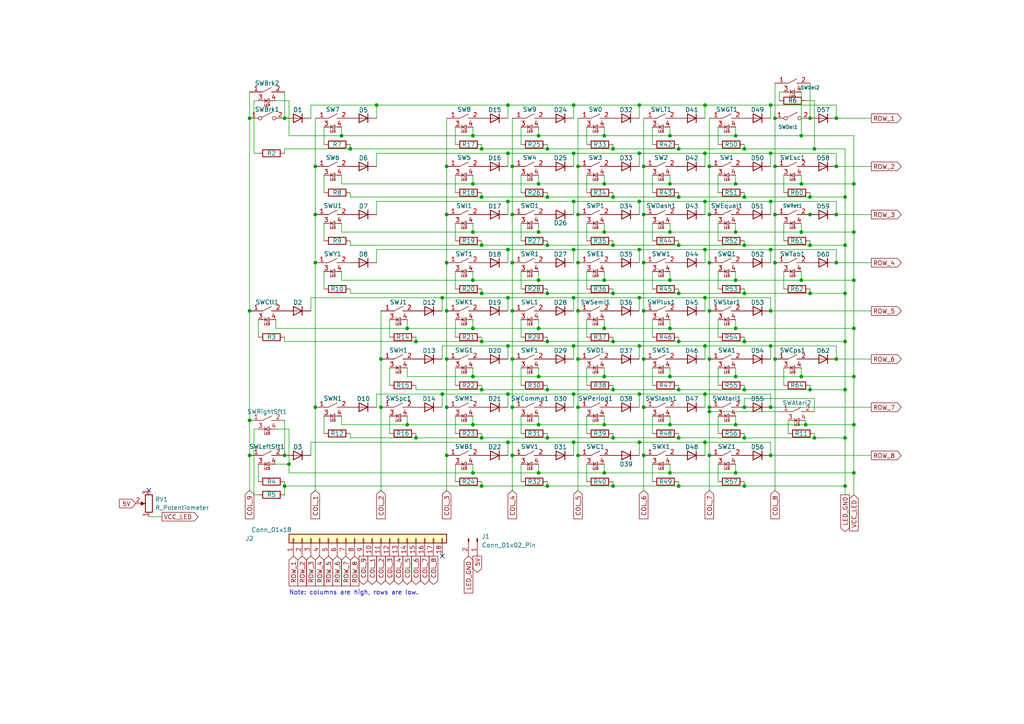
<source format=kicad_sch>
(kicad_sch (version 20230121) (generator eeschema)
  (paper "A4")
  (title_block (title "Decent800 Keyboard") (date "2023-10-30") (rev "1") (company "Decent Consulting"))
  (junction (at 156.21 123.19))
  (junction (at 223.52 72.39))
  (junction (at 72.39 90.17))
  (junction (at 204.47 30.48))
  (junction (at 185.42 72.39))
  (junction (at 158.75 99.06))
  (junction (at 205.74 132.08))
  (junction (at 147.32 86.36))
  (junction (at 205.74 90.17))
  (junction (at 196.85 71.12))
  (junction (at 91.44 118.11))
  (junction (at 109.22 30.48))
  (junction (at 205.74 48.26))
  (junction (at 99.06 39.37))
  (junction (at 245.11 140.97))
  (junction (at 177.8 140.97))
  (junction (at 223.52 90.17))
  (junction (at 247.65 53.34))
  (junction (at 139.7 85.09))
  (junction (at 156.21 53.34))
  (junction (at 196.85 127))
  (junction (at 186.69 48.26))
  (junction (at 158.75 113.03))
  (junction (at 224.79 62.23))
  (junction (at 234.95 34.29))
  (junction (at 166.37 58.42))
  (junction (at 129.54 76.2))
  (junction (at 205.74 62.23))
  (junction (at 137.16 137.16))
  (junction (at 147.32 30.48))
  (junction (at 185.42 86.36))
  (junction (at 236.22 43.18))
  (junction (at 148.59 132.08))
  (junction (at 139.7 140.97))
  (junction (at 129.54 132.08))
  (junction (at 196.85 140.97))
  (junction (at 148.59 48.26))
  (junction (at 185.42 114.3))
  (junction (at 166.37 86.36))
  (junction (at 215.9 57.15))
  (junction (at 194.31 137.16))
  (junction (at 147.32 58.42))
  (junction (at 215.9 140.97))
  (junction (at 158.75 43.18))
  (junction (at 194.31 53.34))
  (junction (at 148.59 104.14))
  (junction (at 204.47 72.39))
  (junction (at 242.57 48.26))
  (junction (at 91.44 76.2))
  (junction (at 247.65 67.31))
  (junction (at 175.26 137.16))
  (junction (at 158.75 140.97))
  (junction (at 137.16 67.31))
  (junction (at 156.21 95.25))
  (junction (at 215.9 85.09))
  (junction (at 166.37 30.48))
  (junction (at 129.54 90.17))
  (junction (at 245.11 113.03))
  (junction (at 128.27 86.36))
  (junction (at 139.7 127))
  (junction (at 236.22 127))
  (junction (at 204.47 128.27))
  (junction (at 213.36 123.19))
  (junction (at 194.31 123.19))
  (junction (at 118.11 95.25))
  (junction (at 196.85 99.06))
  (junction (at 175.26 81.28))
  (junction (at 82.55 34.29))
  (junction (at 139.7 71.12))
  (junction (at 166.37 114.3))
  (junction (at 204.47 44.45))
  (junction (at 186.69 104.14))
  (junction (at 177.8 85.09))
  (junction (at 175.26 95.25))
  (junction (at 156.21 67.31))
  (junction (at 215.9 71.12))
  (junction (at 196.85 113.03))
  (junction (at 215.9 113.03))
  (junction (at 110.49 118.11))
  (junction (at 247.65 95.25))
  (junction (at 242.57 76.2))
  (junction (at 205.74 119.38))
  (junction (at 83.82 134.62))
  (junction (at 139.7 57.15))
  (junction (at 148.59 62.23))
  (junction (at 158.75 127))
  (junction (at 215.9 127))
  (junction (at 147.32 72.39))
  (junction (at 175.26 39.37))
  (junction (at 129.54 118.11))
  (junction (at 129.54 48.26))
  (junction (at 232.41 81.28))
  (junction (at 194.31 81.28))
  (junction (at 158.75 71.12))
  (junction (at 196.85 57.15))
  (junction (at 120.65 99.06))
  (junction (at 205.74 118.11))
  (junction (at 167.64 132.08))
  (junction (at 91.44 62.23))
  (junction (at 224.79 48.26))
  (junction (at 137.16 81.28))
  (junction (at 232.41 109.22))
  (junction (at 234.95 57.15))
  (junction (at 194.31 109.22))
  (junction (at 234.95 71.12))
  (junction (at 167.64 62.23))
  (junction (at 139.7 43.18))
  (junction (at 215.9 43.18))
  (junction (at 242.57 62.23))
  (junction (at 110.49 104.14))
  (junction (at 167.64 118.11))
  (junction (at 185.42 30.48))
  (junction (at 196.85 43.18))
  (junction (at 213.36 67.31))
  (junction (at 147.32 114.3))
  (junction (at 177.8 113.03))
  (junction (at 177.8 43.18))
  (junction (at 147.32 100.33))
  (junction (at 166.37 44.45))
  (junction (at 186.69 62.23))
  (junction (at 247.65 109.22))
  (junction (at 245.11 71.12))
  (junction (at 223.52 118.11))
  (junction (at 194.31 95.25))
  (junction (at 148.59 118.11))
  (junction (at 245.11 127))
  (junction (at 148.59 76.2))
  (junction (at 245.11 85.09))
  (junction (at 194.31 67.31))
  (junction (at 205.74 76.2))
  (junction (at 175.26 123.19))
  (junction (at 245.11 99.06))
  (junction (at 224.79 76.2))
  (junction (at 128.27 114.3))
  (junction (at 186.69 118.11))
  (junction (at 120.65 127))
  (junction (at 129.54 62.23))
  (junction (at 223.52 44.45))
  (junction (at 186.69 90.17))
  (junction (at 91.44 48.26))
  (junction (at 232.41 53.34))
  (junction (at 204.47 58.42))
  (junction (at 72.39 121.92))
  (junction (at 175.26 109.22))
  (junction (at 245.11 57.15))
  (junction (at 72.39 34.29))
  (junction (at 232.41 67.31))
  (junction (at 118.11 123.19))
  (junction (at 167.64 90.17))
  (junction (at 223.52 100.33))
  (junction (at 167.64 76.2))
  (junction (at 223.52 58.42))
  (junction (at 158.75 57.15))
  (junction (at 185.42 58.42))
  (junction (at 247.65 137.16))
  (junction (at 166.37 72.39))
  (junction (at 204.47 86.36))
  (junction (at 242.57 34.29))
  (junction (at 213.36 109.22))
  (junction (at 177.8 57.15))
  (junction (at 137.16 53.34))
  (junction (at 233.68 123.19))
  (junction (at 223.52 132.08))
  (junction (at 232.41 39.37))
  (junction (at 213.36 39.37))
  (junction (at 166.37 128.27))
  (junction (at 186.69 132.08))
  (junction (at 223.52 30.48))
  (junction (at 82.55 132.08))
  (junction (at 215.9 99.06))
  (junction (at 167.64 48.26))
  (junction (at 158.75 85.09))
  (junction (at 205.74 104.14))
  (junction (at 137.16 123.19))
  (junction (at 137.16 109.22))
  (junction (at 156.21 137.16))
  (junction (at 247.65 81.28))
  (junction (at 204.47 114.3))
  (junction (at 156.21 109.22))
  (junction (at 177.8 127))
  (junction (at 213.36 137.16))
  (junction (at 156.21 39.37))
  (junction (at 186.69 76.2))
  (junction (at 224.79 104.14))
  (junction (at 234.95 113.03))
  (junction (at 213.36 95.25))
  (junction (at 234.95 85.09))
  (junction (at 148.59 90.17))
  (junction (at 185.42 44.45))
  (junction (at 242.57 104.14))
  (junction (at 185.42 128.27))
  (junction (at 204.47 100.33))
  (junction (at 175.26 67.31))
  (junction (at 166.37 100.33))
  (junction (at 215.9 118.11))
  (junction (at 156.21 81.28))
  (junction (at 147.32 44.45))
  (junction (at 196.85 85.09))
  (junction (at 177.8 99.06))
  (junction (at 247.65 123.19))
  (junction (at 185.42 100.33))
  (junction (at 167.64 104.14))
  (junction (at 147.32 128.27))
  (junction (at 213.36 53.34))
  (junction (at 175.26 53.34))
  (junction (at 137.16 95.25))
  (junction (at 101.6 43.18))
  (junction (at 82.55 140.97))
  (junction (at 224.79 34.29))
  (junction (at 177.8 71.12))
  (junction (at 194.31 39.37))
  (junction (at 213.36 81.28))
  (junction (at 139.7 99.06))
  (junction (at 137.16 39.37))
  (junction (at 234.95 62.23))
  (junction (at 72.39 132.08))
  (junction (at 139.7 113.03))
  (junction (at 129.54 104.14))
  (no_connect (at 43.18 142.24))
  (no_connect (at 128.27 161.29))
  (wire (pts (xy 156.21 95.25) (xy 156.21 92.71)))
  (wire (pts (xy 204.47 58.42) (xy 223.52 58.42)))
  (wire (pts (xy 236.22 115.57) (xy 215.9 115.57)))
  (wire (pts (xy 223.52 72.39) (xy 242.57 72.39)))
  (wire (pts (xy 196.85 85.09) (xy 177.8 85.09)))
  (wire (pts (xy 73.66 124.46) (xy 73.66 143.51)))
  (wire (pts (xy 185.42 58.42) (xy 204.47 58.42)))
  (wire (pts (xy 227.33 106.68) (xy 227.33 111.76)))
  (wire (pts (xy 158.75 85.09) (xy 139.7 85.09)))
  (wire (pts (xy 177.8 71.12) (xy 177.8 69.85)))
  (wire (pts (xy 223.52 44.45) (xy 242.57 44.45)))
  (wire (pts (xy 224.79 34.29) (xy 224.79 48.26)))
  (wire (pts (xy 228.6 121.92) (xy 228.6 125.73)))
  (wire (pts (xy 213.36 106.68) (xy 213.36 109.22)))
  (wire (pts (xy 148.59 62.23) (xy 148.59 76.2)))
  (wire (pts (xy 232.41 39.37) (xy 213.36 39.37)))
  (wire (pts (xy 196.85 111.76) (xy 196.85 113.03)))
  (wire (pts (xy 93.98 78.74) (xy 93.98 83.82)))
  (wire (pts (xy 82.55 140.97) (xy 82.55 143.51)))
  (wire (pts (xy 223.52 58.42) (xy 223.52 62.23)))
  (wire (pts (xy 147.32 30.48) (xy 147.32 34.29)))
  (wire (pts (xy 156.21 53.34) (xy 137.16 53.34)))
  (wire (pts (xy 204.47 128.27) (xy 204.47 132.08)))
  (wire (pts (xy 129.54 34.29) (xy 129.54 48.26)))
  (wire (pts (xy 224.79 24.13) (xy 224.79 34.29)))
  (wire (pts (xy 194.31 106.68) (xy 194.31 109.22)))
  (wire (pts (xy 109.22 76.2) (xy 109.22 72.39)))
  (wire (pts (xy 208.28 36.83) (xy 208.28 41.91)))
  (wire (pts (xy 158.75 57.15) (xy 139.7 57.15)))
  (wire (pts (xy 156.21 137.16) (xy 156.21 134.62)))
  (wire (pts (xy 234.95 85.09) (xy 245.11 85.09)))
  (wire (pts (xy 232.41 109.22) (xy 247.65 109.22)))
  (wire (pts (xy 156.21 67.31) (xy 156.21 64.77)))
  (wire (pts (xy 245.11 140.97) (xy 245.11 143.51)))
  (wire (pts (xy 196.85 97.79) (xy 196.85 99.06)))
  (wire (pts (xy 223.52 86.36) (xy 223.52 90.17)))
  (wire (pts (xy 247.65 109.22) (xy 247.65 123.19)))
  (wire (pts (xy 227.33 26.67) (xy 226.06 26.67)))
  (wire (pts (xy 118.11 109.22) (xy 118.11 106.68)))
  (wire (pts (xy 196.85 125.73) (xy 196.85 127)))
  (wire (pts (xy 196.85 57.15) (xy 215.9 57.15)))
  (wire (pts (xy 175.26 67.31) (xy 175.26 64.77)))
  (wire (pts (xy 177.8 140.97) (xy 177.8 139.7)))
  (wire (pts (xy 167.64 34.29) (xy 167.64 48.26)))
  (wire (pts (xy 139.7 99.06) (xy 120.65 99.06)))
  (wire (pts (xy 90.17 86.36) (xy 128.27 86.36)))
  (wire (pts (xy 177.8 41.91) (xy 177.8 43.18)))
  (wire (pts (xy 208.28 92.71) (xy 208.28 97.79)))
  (wire (pts (xy 194.31 78.74) (xy 194.31 81.28)))
  (wire (pts (xy 186.69 90.17) (xy 186.69 104.14)))
  (wire (pts (xy 196.85 113.03) (xy 215.9 113.03)))
  (wire (pts (xy 137.16 95.25) (xy 137.16 92.71)))
  (wire (pts (xy 151.13 134.62) (xy 151.13 139.7)))
  (wire (pts (xy 147.32 86.36) (xy 166.37 86.36)))
  (wire (pts (xy 224.79 76.2) (xy 224.79 104.14)))
  (wire (pts (xy 213.36 137.16) (xy 194.31 137.16)))
  (wire (pts (xy 156.21 123.19) (xy 137.16 123.19)))
  (wire (pts (xy 82.55 43.18) (xy 82.55 44.45)))
  (wire (pts (xy 90.17 132.08) (xy 90.17 128.27)))
  (wire (pts (xy 156.21 81.28) (xy 156.21 78.74)))
  (wire (pts (xy 247.65 81.28) (xy 247.65 95.25)))
  (wire (pts (xy 109.22 114.3) (xy 128.27 114.3)))
  (wire (pts (xy 91.44 76.2) (xy 91.44 118.11)))
  (wire (pts (xy 175.26 53.34) (xy 156.21 53.34)))
  (wire (pts (xy 128.27 114.3) (xy 147.32 114.3)))
  (wire (pts (xy 166.37 72.39) (xy 185.42 72.39)))
  (wire (pts (xy 93.98 36.83) (xy 93.98 41.91)))
  (wire (pts (xy 158.75 43.18) (xy 139.7 43.18)))
  (wire (pts (xy 196.85 127) (xy 177.8 127)))
  (wire (pts (xy 109.22 30.48) (xy 147.32 30.48)))
  (wire (pts (xy 83.82 137.16) (xy 137.16 137.16)))
  (wire (pts (xy 151.13 120.65) (xy 151.13 125.73)))
  (wire (pts (xy 208.28 64.77) (xy 208.28 69.85)))
  (wire (pts (xy 186.69 48.26) (xy 186.69 62.23)))
  (wire (pts (xy 148.59 118.11) (xy 148.59 132.08)))
  (wire (pts (xy 213.36 67.31) (xy 232.41 67.31)))
  (wire (pts (xy 90.17 90.17) (xy 90.17 86.36)))
  (wire (pts (xy 242.57 76.2) (xy 252.73 76.2)))
  (wire (pts (xy 196.85 140.97) (xy 177.8 140.97)))
  (wire (pts (xy 185.42 58.42) (xy 185.42 62.23)))
  (wire (pts (xy 186.69 76.2) (xy 186.69 90.17)))
  (wire (pts (xy 83.82 134.62) (xy 83.82 137.16)))
  (wire (pts (xy 213.36 81.28) (xy 213.36 78.74)))
  (wire (pts (xy 227.33 64.77) (xy 227.33 69.85)))
  (wire (pts (xy 132.08 92.71) (xy 132.08 97.79)))
  (wire (pts (xy 74.93 134.62) (xy 74.93 139.7)))
  (wire (pts (xy 189.23 78.74) (xy 189.23 83.82)))
  (wire (pts (xy 213.36 137.16) (xy 213.36 134.62)))
  (wire (pts (xy 151.13 106.68) (xy 151.13 111.76)))
  (wire (pts (xy 147.32 86.36) (xy 147.32 90.17)))
  (wire (pts (xy 213.36 92.71) (xy 213.36 95.25)))
  (wire (pts (xy 177.8 127) (xy 177.8 125.73)))
  (wire (pts (xy 80.01 95.25) (xy 118.11 95.25)))
  (wire (pts (xy 166.37 128.27) (xy 185.42 128.27)))
  (wire (pts (xy 215.9 43.18) (xy 215.9 41.91)))
  (wire (pts (xy 175.26 81.28) (xy 175.26 78.74)))
  (wire (pts (xy 158.75 99.06) (xy 139.7 99.06)))
  (wire (pts (xy 215.9 99.06) (xy 245.11 99.06)))
  (wire (pts (xy 158.75 43.18) (xy 158.75 41.91)))
  (wire (pts (xy 175.26 81.28) (xy 156.21 81.28)))
  (wire (pts (xy 101.6 43.18) (xy 101.6 41.91)))
  (wire (pts (xy 204.47 44.45) (xy 204.47 48.26)))
  (wire (pts (xy 83.82 124.46) (xy 83.82 134.62)))
  (wire (pts (xy 158.75 99.06) (xy 158.75 97.79)))
  (wire (pts (xy 177.8 43.18) (xy 196.85 43.18)))
  (wire (pts (xy 156.21 95.25) (xy 137.16 95.25)))
  (wire (pts (xy 213.36 53.34) (xy 232.41 53.34)))
  (wire (pts (xy 166.37 58.42) (xy 185.42 58.42)))
  (wire (pts (xy 177.8 57.15) (xy 196.85 57.15)))
  (wire (pts (xy 245.11 57.15) (xy 245.11 71.12)))
  (wire (pts (xy 101.6 85.09) (xy 101.6 83.82)))
  (wire (pts (xy 72.39 121.92) (xy 72.39 132.08)))
  (wire (pts (xy 196.85 57.15) (xy 196.85 55.88)))
  (wire (pts (xy 245.11 85.09) (xy 245.11 99.06)))
  (wire (pts (xy 167.64 62.23) (xy 167.64 76.2)))
  (wire (pts (xy 139.7 43.18) (xy 139.7 41.91)))
  (wire (pts (xy 109.22 48.26) (xy 109.22 44.45)))
  (wire (pts (xy 177.8 127) (xy 158.75 127)))
  (wire (pts (xy 194.31 137.16) (xy 175.26 137.16)))
  (wire (pts (xy 91.44 118.11) (xy 91.44 142.24)))
  (wire (pts (xy 215.9 140.97) (xy 245.11 140.97)))
  (wire (pts (xy 205.74 118.11) (xy 205.74 119.38)))
  (wire (pts (xy 166.37 86.36) (xy 166.37 90.17)))
  (wire (pts (xy 118.11 95.25) (xy 118.11 92.71)))
  (wire (pts (xy 90.17 30.48) (xy 109.22 30.48)))
  (wire (pts (xy 137.16 109.22) (xy 137.16 106.68)))
  (wire (pts (xy 185.42 30.48) (xy 204.47 30.48)))
  (wire (pts (xy 80.01 92.71) (xy 80.01 95.25)))
  (wire (pts (xy 132.08 120.65) (xy 132.08 125.73)))
  (wire (pts (xy 147.32 72.39) (xy 166.37 72.39)))
  (wire (pts (xy 204.47 72.39) (xy 204.47 76.2)))
  (wire (pts (xy 147.32 100.33) (xy 166.37 100.33)))
  (wire (pts (xy 128.27 100.33) (xy 147.32 100.33)))
  (wire (pts (xy 189.23 64.77) (xy 189.23 69.85)))
  (wire (pts (xy 227.33 78.74) (xy 227.33 83.82)))
  (wire (pts (xy 196.85 113.03) (xy 177.8 113.03)))
  (wire (pts (xy 194.31 53.34) (xy 175.26 53.34)))
  (wire (pts (xy 213.36 95.25) (xy 247.65 95.25)))
  (wire (pts (xy 223.52 128.27) (xy 223.52 132.08)))
  (wire (pts (xy 234.95 55.88) (xy 234.95 57.15)))
  (wire (pts (xy 223.52 72.39) (xy 223.52 76.2)))
  (wire (pts (xy 167.64 76.2) (xy 167.64 90.17)))
  (wire (pts (xy 166.37 30.48) (xy 185.42 30.48)))
  (wire (pts (xy 166.37 86.36) (xy 185.42 86.36)))
  (wire (pts (xy 73.66 143.51) (xy 74.93 143.51)))
  (wire (pts (xy 166.37 58.42) (xy 166.37 62.23)))
  (wire (pts (xy 137.16 109.22) (xy 118.11 109.22)))
  (wire (pts (xy 223.52 44.45) (xy 223.52 48.26)))
  (wire (pts (xy 234.95 71.12) (xy 245.11 71.12)))
  (wire (pts (xy 204.47 86.36) (xy 204.47 90.17)))
  (wire (pts (xy 166.37 114.3) (xy 185.42 114.3)))
  (wire (pts (xy 205.74 119.38) (xy 226.06 119.38)))
  (wire (pts (xy 232.41 81.28) (xy 247.65 81.28)))
  (wire (pts (xy 204.47 58.42) (xy 204.47 62.23)))
  (wire (pts (xy 132.08 64.77) (xy 132.08 69.85)))
  (wire (pts (xy 185.42 128.27) (xy 185.42 132.08)))
  (wire (pts (xy 129.54 48.26) (xy 129.54 62.23)))
  (wire (pts (xy 247.65 137.16) (xy 247.65 143.51)))
  (wire (pts (xy 175.26 123.19) (xy 156.21 123.19)))
  (wire (pts (xy 185.42 128.27) (xy 204.47 128.27)))
  (wire (pts (xy 223.52 100.33) (xy 223.52 104.14)))
  (wire (pts (xy 213.36 50.8) (xy 213.36 53.34)))
  (wire (pts (xy 139.7 127) (xy 120.65 127)))
  (wire (pts (xy 196.85 43.18) (xy 215.9 43.18)))
  (wire (pts (xy 73.66 29.21) (xy 74.93 29.21)))
  (wire (pts (xy 151.13 78.74) (xy 151.13 83.82)))
  (wire (pts (xy 175.26 95.25) (xy 175.26 92.71)))
  (wire (pts (xy 194.31 92.71) (xy 194.31 95.25)))
  (wire (pts (xy 194.31 67.31) (xy 175.26 67.31)))
  (wire (pts (xy 147.32 44.45) (xy 147.32 48.26)))
  (wire (pts (xy 204.47 86.36) (xy 223.52 86.36)))
  (wire (pts (xy 147.32 58.42) (xy 147.32 62.23)))
  (wire (pts (xy 236.22 119.38) (xy 236.22 115.57)))
  (wire (pts (xy 226.06 26.67) (xy 226.06 29.21)))
  (wire (pts (xy 101.6 57.15) (xy 101.6 55.88)))
  (wire (pts (xy 245.11 71.12) (xy 245.11 85.09)))
  (wire (pts (xy 194.31 123.19) (xy 175.26 123.19)))
  (wire (pts (xy 177.8 85.09) (xy 158.75 85.09)))
  (wire (pts (xy 72.39 90.17) (xy 72.39 121.92)))
  (wire (pts (xy 242.57 44.45) (xy 242.57 48.26)))
  (wire (pts (xy 148.59 48.26) (xy 148.59 62.23)))
  (wire (pts (xy 185.42 44.45) (xy 185.42 48.26)))
  (wire (pts (xy 213.36 81.28) (xy 232.41 81.28)))
  (wire (pts (xy 223.52 58.42) (xy 242.57 58.42)))
  (wire (pts (xy 91.44 48.26) (xy 91.44 62.23)))
  (wire (pts (xy 185.42 114.3) (xy 204.47 114.3)))
  (wire (pts (xy 208.28 50.8) (xy 208.28 55.88)))
  (wire (pts (xy 158.75 140.97) (xy 158.75 139.7)))
  (wire (pts (xy 113.03 106.68) (xy 113.03 111.76)))
  (wire (pts (xy 137.16 123.19) (xy 137.16 120.65)))
  (wire (pts (xy 91.44 34.29) (xy 91.44 48.26)))
  (wire (pts (xy 167.64 48.26) (xy 167.64 62.23)))
  (wire (pts (xy 204.47 114.3) (xy 223.52 114.3)))
  (wire (pts (xy 93.98 50.8) (xy 93.98 55.88)))
  (wire (pts (xy 185.42 100.33) (xy 185.42 104.14)))
  (wire (pts (xy 175.26 137.16) (xy 156.21 137.16)))
  (wire (pts (xy 242.57 30.48) (xy 242.57 34.29)))
  (wire (pts (xy 101.6 69.85) (xy 101.6 71.12)))
  (wire (pts (xy 215.9 71.12) (xy 234.95 71.12)))
  (wire (pts (xy 208.28 106.68) (xy 208.28 111.76)))
  (wire (pts (xy 128.27 86.36) (xy 128.27 90.17)))
  (wire (pts (xy 213.36 67.31) (xy 213.36 64.77)))
  (wire (pts (xy 186.69 118.11) (xy 186.69 132.08)))
  (wire (pts (xy 236.22 43.18) (xy 245.11 43.18)))
  (wire (pts (xy 177.8 113.03) (xy 158.75 113.03)))
  (wire (pts (xy 147.32 128.27) (xy 166.37 128.27)))
  (wire (pts (xy 204.47 30.48) (xy 223.52 30.48)))
  (wire (pts (xy 83.82 29.21) (xy 83.82 39.37)))
  (wire (pts (xy 223.52 100.33) (xy 242.57 100.33)))
  (wire (pts (xy 224.79 104.14) (xy 224.79 142.24)))
  (wire (pts (xy 118.11 123.19) (xy 118.11 120.65)))
  (wire (pts (xy 99.06 39.37) (xy 99.06 36.83)))
  (wire (pts (xy 175.26 123.19) (xy 175.26 120.65)))
  (wire (pts (xy 113.03 92.71) (xy 113.03 97.79)))
  (wire (pts (xy 186.69 34.29) (xy 186.69 48.26)))
  (wire (pts (xy 215.9 111.76) (xy 215.9 113.03)))
  (wire (pts (xy 233.68 123.19) (xy 247.65 123.19)))
  (wire (pts (xy 177.8 99.06) (xy 177.8 97.79)))
  (wire (pts (xy 137.16 123.19) (xy 118.11 123.19)))
  (wire (pts (xy 132.08 36.83) (xy 132.08 41.91)))
  (wire (pts (xy 194.31 109.22) (xy 175.26 109.22)))
  (wire (pts (xy 158.75 127) (xy 139.7 127)))
  (wire (pts (xy 205.74 132.08) (xy 205.74 142.24)))
  (wire (pts (xy 74.93 124.46) (xy 73.66 124.46)))
  (wire (pts (xy 236.22 29.21) (xy 236.22 43.18)))
  (wire (pts (xy 99.06 39.37) (xy 137.16 39.37)))
  (wire (pts (xy 213.36 109.22) (xy 232.41 109.22)))
  (wire (pts (xy 147.32 114.3) (xy 166.37 114.3)))
  (wire (pts (xy 167.64 132.08) (xy 167.64 142.24)))
  (wire (pts (xy 194.31 53.34) (xy 194.31 50.8)))
  (wire (pts (xy 175.26 39.37) (xy 175.26 36.83)))
  (wire (pts (xy 139.7 140.97) (xy 139.7 139.7)))
  (wire (pts (xy 236.22 127) (xy 245.11 127)))
  (wire (pts (xy 120.65 127) (xy 101.6 127)))
  (wire (pts (xy 170.18 134.62) (xy 170.18 139.7)))
  (wire (pts (xy 158.75 113.03) (xy 139.7 113.03)))
  (wire (pts (xy 82.55 43.18) (xy 101.6 43.18)))
  (wire (pts (xy 247.65 95.25) (xy 247.65 109.22)))
  (wire (pts (xy 213.36 123.19) (xy 233.68 123.19)))
  (wire (pts (xy 128.27 86.36) (xy 147.32 86.36)))
  (wire (pts (xy 177.8 85.09) (xy 177.8 83.82)))
  (wire (pts (xy 242.57 48.26) (xy 252.73 48.26)))
  (wire (pts (xy 194.31 39.37) (xy 175.26 39.37)))
  (wire (pts (xy 232.41 67.31) (xy 247.65 67.31)))
  (wire (pts (xy 196.85 71.12) (xy 215.9 71.12)))
  (wire (pts (xy 196.85 41.91) (xy 196.85 43.18)))
  (wire (pts (xy 156.21 109.22) (xy 156.21 106.68)))
  (wire (pts (xy 205.74 90.17) (xy 205.74 104.14)))
  (wire (pts (xy 223.52 114.3) (xy 223.52 118.11)))
  (wire (pts (xy 234.95 71.12) (xy 234.95 69.85)))
  (wire (pts (xy 158.75 85.09) (xy 158.75 83.82)))
  (wire (pts (xy 82.55 140.97) (xy 139.7 140.97)))
  (wire (pts (xy 139.7 71.12) (xy 158.75 71.12)))
  (wire (pts (xy 170.18 50.8) (xy 170.18 55.88)))
  (wire (pts (xy 204.47 44.45) (xy 223.52 44.45)))
  (wire (pts (xy 120.65 113.03) (xy 120.65 111.76)))
  (wire (pts (xy 166.37 128.27) (xy 166.37 132.08)))
  (wire (pts (xy 204.47 114.3) (xy 204.47 118.11)))
  (wire (pts (xy 110.49 118.11) (xy 110.49 142.24)))
  (wire (pts (xy 80.01 134.62) (xy 83.82 134.62)))
  (wire (pts (xy 113.03 120.65) (xy 113.03 125.73)))
  (wire (pts (xy 215.9 57.15) (xy 215.9 55.88)))
  (wire (pts (xy 175.26 95.25) (xy 156.21 95.25)))
  (wire (pts (xy 242.57 34.29) (xy 252.73 34.29)))
  (wire (pts (xy 137.16 53.34) (xy 99.06 53.34)))
  (wire (pts (xy 205.74 104.14) (xy 205.74 118.11)))
  (wire (pts (xy 167.64 104.14) (xy 167.64 118.11)))
  (wire (pts (xy 158.75 71.12) (xy 158.75 69.85)))
  (wire (pts (xy 99.06 53.34) (xy 99.06 50.8)))
  (wire (pts (xy 158.75 140.97) (xy 139.7 140.97)))
  (wire (pts (xy 170.18 120.65) (xy 170.18 125.73)))
  (wire (pts (xy 196.85 127) (xy 215.9 127)))
  (wire (pts (xy 234.95 57.15) (xy 245.11 57.15)))
  (wire (pts (xy 158.75 55.88) (xy 158.75 57.15)))
  (wire (pts (xy 80.01 124.46) (xy 83.82 124.46)))
  (wire (pts (xy 128.27 114.3) (xy 128.27 118.11)))
  (wire (pts (xy 196.85 99.06) (xy 177.8 99.06)))
  (wire (pts (xy 110.49 90.17) (xy 110.49 104.14)))
  (wire (pts (xy 170.18 78.74) (xy 170.18 83.82)))
  (wire (pts (xy 137.16 53.34) (xy 137.16 50.8)))
  (wire (pts (xy 208.28 120.65) (xy 208.28 125.73)))
  (wire (pts (xy 132.08 50.8) (xy 132.08 55.88)))
  (wire (pts (xy 204.47 100.33) (xy 204.47 104.14)))
  (wire (pts (xy 99.06 123.19) (xy 99.06 120.65)))
  (wire (pts (xy 129.54 62.23) (xy 129.54 76.2)))
  (wire (pts (xy 205.74 34.29) (xy 205.74 48.26)))
  (wire (pts (xy 129.54 132.08) (xy 129.54 142.24)))
  (wire (pts (xy 177.8 43.18) (xy 158.75 43.18)))
  (wire (pts (xy 234.95 24.13) (xy 234.95 34.29)))
  (wire (pts (xy 213.36 53.34) (xy 194.31 53.34)))
  (wire (pts (xy 137.16 137.16) (xy 137.16 134.62)))
  (wire (pts (xy 204.47 100.33) (xy 223.52 100.33)))
  (wire (pts (xy 196.85 85.09) (xy 215.9 85.09)))
  (wire (pts (xy 93.98 120.65) (xy 93.98 125.73)))
  (wire (pts (xy 245.11 113.03) (xy 245.11 127)))
  (wire (pts (xy 215.9 85.09) (xy 215.9 83.82)))
  (wire (pts (xy 232.41 53.34) (xy 247.65 53.34)))
  (wire (pts (xy 215.9 43.18) (xy 236.22 43.18)))
  (wire (pts (xy 175.26 109.22) (xy 156.21 109.22)))
  (wire (pts (xy 177.8 113.03) (xy 177.8 111.76)))
  (wire (pts (xy 80.01 29.21) (xy 83.82 29.21)))
  (wire (pts (xy 215.9 115.57) (xy 215.9 118.11)))
  (wire (pts (xy 90.17 34.29) (xy 90.17 30.48)))
  (wire (pts (xy 234.95 113.03) (xy 245.11 113.03)))
  (wire (pts (xy 223.52 132.08) (xy 252.73 132.08)))
  (wire (pts (xy 196.85 140.97) (xy 196.85 139.7)))
  (wire (pts (xy 232.41 81.28) (xy 232.41 78.74)))
  (wire (pts (xy 213.36 137.16) (xy 247.65 137.16)))
  (wire (pts (xy 139.7 113.03) (xy 139.7 111.76)))
  (wire (pts (xy 147.32 128.27) (xy 147.32 132.08)))
  (wire (pts (xy 147.32 114.3) (xy 147.32 118.11)))
  (wire (pts (xy 185.42 44.45) (xy 204.47 44.45)))
  (wire (pts (xy 148.59 34.29) (xy 148.59 48.26)))
  (wire (pts (xy 109.22 58.42) (xy 147.32 58.42)))
  (wire (pts (xy 139.7 113.03) (xy 120.65 113.03)))
  (wire (pts (xy 101.6 71.12) (xy 139.7 71.12)))
  (wire (pts (xy 148.59 132.08) (xy 148.59 142.24)))
  (wire (pts (xy 186.69 132.08) (xy 186.69 142.24)))
  (wire (pts (xy 196.85 71.12) (xy 196.85 69.85)))
  (wire (pts (xy 90.17 128.27) (xy 147.32 128.27)))
  (wire (pts (xy 151.13 50.8) (xy 151.13 55.88)))
  (wire (pts (xy 177.8 71.12) (xy 196.85 71.12)))
  (wire (pts (xy 186.69 104.14) (xy 186.69 118.11)))
  (wire (pts (xy 205.74 48.26) (xy 205.74 62.23)))
  (wire (pts (xy 156.21 67.31) (xy 137.16 67.31)))
  (wire (pts (xy 215.9 140.97) (xy 196.85 140.97)))
  (wire (pts (xy 196.85 83.82) (xy 196.85 85.09)))
  (wire (pts (xy 158.75 127) (xy 158.75 125.73)))
  (wire (pts (xy 120.65 127) (xy 120.65 125.73)))
  (wire (pts (xy 232.41 26.67) (xy 232.41 39.37)))
  (wire (pts (xy 189.23 120.65) (xy 189.23 125.73)))
  (wire (pts (xy 167.64 118.11) (xy 167.64 132.08)))
  (wire (pts (xy 118.11 123.19) (xy 99.06 123.19)))
  (wire (pts (xy 156.21 39.37) (xy 156.21 36.83)))
  (wire (pts (xy 177.8 57.15) (xy 177.8 55.88)))
  (wire (pts (xy 234.95 85.09) (xy 234.95 83.82)))
  (wire (pts (xy 215.9 113.03) (xy 234.95 113.03)))
  (wire (pts (xy 82.55 97.79) (xy 82.55 99.06)))
  (wire (pts (xy 132.08 106.68) (xy 132.08 111.76)))
  (wire (pts (xy 120.65 99.06) (xy 120.65 97.79)))
  (wire (pts (xy 99.06 67.31) (xy 99.06 64.77)))
  (wire (pts (xy 227.33 50.8) (xy 227.33 55.88)))
  (wire (pts (xy 82.55 121.92) (xy 82.55 132.08)))
  (wire (pts (xy 194.31 137.16) (xy 194.31 134.62)))
  (wire (pts (xy 72.39 34.29) (xy 72.39 90.17)))
  (wire (pts (xy 205.74 76.2) (xy 205.74 90.17)))
  (wire (pts (xy 177.8 140.97) (xy 158.75 140.97)))
  (wire (pts (xy 205.74 62.23) (xy 205.74 76.2)))
  (wire (pts (xy 247.65 53.34) (xy 247.65 67.31)))
  (wire (pts (xy 236.22 125.73) (xy 236.22 127)))
  (wire (pts (xy 194.31 123.19) (xy 194.31 120.65)))
  (wire (pts (xy 213.36 123.19) (xy 194.31 123.19)))
  (wire (pts (xy 185.42 86.36) (xy 185.42 90.17)))
  (wire (pts (xy 224.79 48.26) (xy 224.79 62.23)))
  (wire (pts (xy 158.75 113.03) (xy 158.75 111.76)))
  (wire (pts (xy 166.37 114.3) (xy 166.37 118.11)))
  (wire (pts (xy 247.65 39.37) (xy 247.65 53.34)))
  (wire (pts (xy 194.31 81.28) (xy 175.26 81.28)))
  (wire (pts (xy 93.98 64.77) (xy 93.98 69.85)))
  (wire (pts (xy 189.23 134.62) (xy 189.23 139.7)))
  (wire (pts (xy 72.39 26.67) (xy 72.39 34.29)))
  (wire (pts (xy 233.68 121.92) (xy 233.68 123.19)))
  (wire (pts (xy 232.41 67.31) (xy 232.41 64.77)))
  (wire (pts (xy 185.42 72.39) (xy 185.42 76.2)))
  (wire (pts (xy 156.21 123.19) (xy 156.21 120.65)))
  (wire (pts (xy 170.18 106.68) (xy 170.18 111.76)))
  (wire (pts (xy 189.23 50.8) (xy 189.23 55.88)))
  (wire (pts (xy 213.36 120.65) (xy 213.36 123.19)))
  (wire (pts (xy 109.22 72.39) (xy 147.32 72.39)))
  (wire (pts (xy 170.18 92.71) (xy 170.18 97.79)))
  (wire (pts (xy 74.93 92.71) (xy 74.93 97.79)))
  (wire (pts (xy 185.42 30.48) (xy 185.42 34.29)))
  (wire (pts (xy 242.57 62.23) (xy 252.73 62.23)))
  (wire (pts (xy 234.95 57.15) (xy 215.9 57.15)))
  (wire (pts (xy 194.31 109.22) (xy 213.36 109.22)))
  (wire (pts (xy 170.18 64.77) (xy 170.18 69.85)))
  (wire (pts (xy 208.28 78.74) (xy 208.28 83.82)))
  (wire (pts (xy 137.16 67.31) (xy 99.06 67.31)))
  (wire (pts (xy 233.68 62.23) (xy 234.95 62.23)))
  (wire (pts (xy 137.16 81.28) (xy 137.16 78.74)))
  (wire (pts (xy 204.47 72.39) (xy 223.52 72.39)))
  (wire (pts (xy 101.6 43.18) (xy 139.7 43.18)))
  (wire (pts (xy 109.22 44.45) (xy 147.32 44.45)))
  (wire (pts (xy 232.41 39.37) (xy 247.65 39.37)))
  (wire (pts (xy 245.11 127) (xy 245.11 140.97)))
  (wire (pts (xy 189.23 106.68) (xy 189.23 111.76)))
  (wire (pts (xy 156.21 39.37) (xy 137.16 39.37)))
  (wire (pts (xy 175.26 67.31) (xy 156.21 67.31)))
  (wire (pts (xy 110.49 104.14) (xy 110.49 118.11)))
  (wire (pts (xy 72.39 132.08) (xy 72.39 142.24)))
  (wire (pts (xy 73.66 29.21) (xy 73.66 44.45)))
  (wire (pts (xy 185.42 114.3) (xy 185.42 118.11)))
  (wire (pts (xy 245.11 43.18) (xy 245.11 57.15)))
  (wire (pts (xy 129.54 76.2) (xy 129.54 90.17)))
  (wire (pts (xy 109.22 118.11) (xy 109.22 114.3)))
  (wire (pts (xy 186.69 62.23) (xy 186.69 76.2)))
  (wire (pts (xy 139.7 85.09) (xy 139.7 83.82)))
  (wire (pts (xy 147.32 44.45) (xy 166.37 44.45)))
  (wire (pts (xy 129.54 118.11) (xy 129.54 132.08)))
  (wire (pts (xy 185.42 100.33) (xy 204.47 100.33)))
  (wire (pts (xy 156.21 109.22) (xy 137.16 109.22)))
  (wire (pts (xy 109.22 62.23) (xy 109.22 58.42)))
  (wire (pts (xy 166.37 44.45) (xy 166.37 48.26)))
  (wire (pts (xy 215.9 127) (xy 236.22 127)))
  (wire (pts (xy 139.7 127) (xy 139.7 125.73)))
  (wire (pts (xy 166.37 100.33) (xy 166.37 104.14)))
  (wire (pts (xy 151.13 92.71) (xy 151.13 97.79)))
  (wire (pts (xy 158.75 71.12) (xy 177.8 71.12)))
  (wire (pts (xy 245.11 99.06) (xy 245.11 113.03)))
  (wire (pts (xy 101.6 127) (xy 101.6 125.73)))
  (wire (pts (xy 156.21 53.34) (xy 156.21 50.8)))
  (wire (pts (xy 137.16 67.31) (xy 137.16 64.77)))
  (wire (pts (xy 213.36 39.37) (xy 213.36 36.83)))
  (wire (pts (xy 129.54 90.17) (xy 129.54 104.14)))
  (wire (pts (xy 156.21 81.28) (xy 137.16 81.28)))
  (wire (pts (xy 175.26 137.16) (xy 175.26 134.62)))
  (wire (pts (xy 132.08 78.74) (xy 132.08 83.82)))
  (wire (pts (xy 151.13 36.83) (xy 151.13 41.91)))
  (wire (pts (xy 170.18 36.83) (xy 170.18 41.91)))
  (wire (pts (xy 189.23 92.71) (xy 189.23 97.79)))
  (wire (pts (xy 148.59 90.17) (xy 148.59 104.14)))
  (wire (pts (xy 208.28 134.62) (xy 208.28 139.7)))
  (wire (pts (xy 215.9 85.09) (xy 234.95 85.09)))
  (wire (pts (xy 194.31 67.31) (xy 194.31 64.77)))
  (wire (pts (xy 205.74 119.38) (xy 205.74 132.08)))
  (wire (pts (xy 156.21 137.16) (xy 137.16 137.16)))
  (wire (pts (xy 166.37 44.45) (xy 185.42 44.45)))
  (wire (pts (xy 139.7 57.15) (xy 101.6 57.15)))
  (wire (pts (xy 151.13 64.77) (xy 151.13 69.85)))
  (wire (pts (xy 194.31 95.25) (xy 175.26 95.25)))
  (wire (pts (xy 223.52 90.17) (xy 252.73 90.17)))
  (wire (pts (xy 82.55 99.06) (xy 120.65 99.06)))
  (wire (pts (xy 129.54 104.14) (xy 129.54 118.11)))
  (wire (pts (xy 223.52 30.48) (xy 223.52 34.29)))
  (wire (pts (xy 232.41 109.22) (xy 232.41 106.68)))
  (wire (pts (xy 175.26 109.22) (xy 175.26 106.68)))
  (wire (pts (xy 204.47 128.27) (xy 223.52 128.27)))
  (wire (pts (xy 175.26 53.34) (xy 175.26 50.8)))
  (wire (pts (xy 185.42 86.36) (xy 204.47 86.36)))
  (wire (pts (xy 73.66 44.45) (xy 74.93 44.45)))
  (wire (pts (xy 139.7 71.12) (xy 139.7 69.85)))
  (wire (pts (xy 234.95 113.03) (xy 234.95 111.76)))
  (wire (pts (xy 82.55 26.67) (xy 82.55 34.29)))
  (wire (pts (xy 147.32 30.48) (xy 166.37 30.48)))
  (wire (pts (xy 213.36 67.31) (xy 194.31 67.31)))
  (wire (pts (xy 132.08 134.62) (xy 132.08 139.7)))
  (wire (pts (xy 252.73 118.11) (xy 223.52 118.11)))
  (wire (pts (xy 194.31 81.28) (xy 213.36 81.28)))
  (wire (pts (xy 137.16 81.28) (xy 99.06 81.28)))
  (wire (pts (xy 215.9 125.73) (xy 215.9 127)))
  (wire (pts (xy 215.9 71.12) (xy 215.9 69.85)))
  (wire (pts (xy 242.57 58.42) (xy 242.57 62.23)))
  (wire (pts (xy 194.31 95.25) (xy 213.36 95.25)))
  (wire (pts (xy 166.37 30.48) (xy 166.37 34.29)))
  (wire (pts (xy 224.79 62.23) (xy 224.79 76.2)))
  (wire (pts (xy 128.27 104.14) (xy 128.27 100.33)))
  (wire (pts (xy 242.57 100.33) (xy 242.57 104.14)))
  (wire (pts (xy 242.57 104.14) (xy 252.73 104.14)))
  (wire (pts (xy 147.32 58.42) (xy 166.37 58.42)))
  (wire (pts (xy 166.37 72.39) (xy 166.37 76.2)))
  (wire (pts (xy 215.9 97.79) (xy 215.9 99.06)))
  (wire (pts (xy 82.55 139.7) (xy 82.55 140.97)))
  (wire (pts (xy 196.85 99.06) (xy 215.9 99.06)))
  (wire (pts (xy 204.47 30.48) (xy 204.47 34.29)))
  (wire (pts (xy 83.82 39.37) (xy 99.06 39.37)))
  (wire (pts (xy 247.65 123.19) (xy 247.65 137.16)))
  (wire (pts (xy 166.37 100.33) (xy 185.42 100.33)))
  (wire (pts (xy 139.7 57.15) (xy 139.7 55.88)))
  (wire (pts (xy 43.18 149.86) (xy 46.99 149.86)))
  (wire (pts (xy 147.32 72.39) (xy 147.32 76.2)))
  (wire (pts (xy 167.64 90.17) (xy 167.64 104.14)))
  (wire (pts (xy 232.41 53.34) (xy 232.41 50.8)))
  (wire (pts (xy 137.16 39.37) (xy 137.16 36.83)))
  (wire (pts (xy 99.06 81.28) (xy 99.06 78.74)))
  (wire (pts (xy 213.36 39.37) (xy 194.31 39.37)))
  (wire (pts (xy 109.22 30.48) (xy 109.22 34.29)))
  (wire (pts (xy 158.75 57.15) (xy 177.8 57.15)))
  (wire (pts (xy 177.8 99.06) (xy 158.75 99.06)))
  (wire (pts (xy 148.59 76.2) (xy 148.59 90.17)))
  (wire (pts (xy 215.9 140.97) (xy 215.9 139.7)))
  (wire (pts (xy 189.23 36.83) (xy 189.23 41.91)))
  (wire (pts (xy 148.59 104.14) (xy 148.59 118.11)))
  (wire (pts (xy 147.32 100.33) (xy 147.32 104.14)))
  (wire (pts (xy 175.26 39.37) (xy 156.21 39.37)))
  (wire (pts (xy 139.7 85.09) (xy 101.6 85.09)))
  (wire (pts (xy 185.42 72.39) (xy 204.47 72.39)))
  (wire (pts (xy 233.68 29.21) (xy 236.22 29.21)))
  (wire (pts (xy 242.57 72.39) (xy 242.57 76.2)))
  (wire (pts (xy 139.7 99.06) (xy 139.7 97.79)))
  (wire (pts (xy 223.52 30.48) (xy 242.57 30.48)))
  (wire (pts (xy 91.44 62.23) (xy 91.44 76.2)))
  (wire (pts (xy 137.16 95.25) (xy 118.11 95.25)))
  (wire (pts (xy 247.65 67.31) (xy 247.65 81.28)))
  (wire (pts (xy 194.31 39.37) (xy 194.31 36.83)))
  (text "Note: columns are high, rows are low." (at 83.82 172.72 0) (effects (font (size 1.27 1.27)) (justify left bottom)))
  (global_label "COL_5" (shape output) (at 118.11 161.29 270) (property "Intersheetrefs" "${INTERSHEET_REFS}" (effects hide)))
  (global_label "COL_7" (shape input) (at 205.74 142.24 270) (property "Intersheetrefs" "${INTERSHEET_REFS}" (effects hide)))
  (global_label "COL_7" (shape output) (at 123.19 161.29 270) (property "Intersheetrefs" "${INTERSHEET_REFS}" (effects hide)))
  (global_label "ROW_8" (shape input) (at 102.87 161.29 270) (property "Intersheetrefs" "${INTERSHEET_REFS}" (effects hide)))
  (global_label "ROW_6" (shape output) (at 252.73 104.14 0) (property "Intersheetrefs" "${INTERSHEET_REFS}" (effects hide)))
  (global_label "ROW_2" (shape output) (at 252.73 48.26 0) (property "Intersheetrefs" "${INTERSHEET_REFS}" (effects hide)))
  (global_label "COL_6" (shape output) (at 120.65 161.29 270) (property "Intersheetrefs" "${INTERSHEET_REFS}" (effects hide)))
  (global_label "COL_8" (shape input) (at 224.79 142.24 270) (property "Intersheetrefs" "${INTERSHEET_REFS}" (effects hide)))
  (global_label "ROW_1" (shape input) (at 85.09 161.29 270) (property "Intersheetrefs" "${INTERSHEET_REFS}" (effects hide)))
  (global_label "ROW_8" (shape output) (at 252.73 132.08 0) (property "Intersheetrefs" "${INTERSHEET_REFS}" (effects hide)))
  (global_label "VCC_LED" (shape output) (at 46.99 149.86 0) (property "Intersheetrefs" "${INTERSHEET_REFS}" (effects hide)))
  (global_label "ROW_7" (shape input) (at 100.33 161.29 270) (property "Intersheetrefs" "${INTERSHEET_REFS}" (effects hide)))
  (global_label "COL_3" (shape output) (at 113.03 161.29 270) (property "Intersheetrefs" "${INTERSHEET_REFS}" (effects hide)))
  (global_label "ROW_3" (shape output) (at 252.73 62.23 0) (property "Intersheetrefs" "${INTERSHEET_REFS}" (effects hide)))
  (global_label "ROW_6" (shape input) (at 97.79 161.29 270) (property "Intersheetrefs" "${INTERSHEET_REFS}" (effects hide)))
  (global_label "COL_6" (shape input) (at 186.69 142.24 270) (property "Intersheetrefs" "${INTERSHEET_REFS}" (effects hide)))
  (global_label "COL_2" (shape output) (at 110.49 161.29 270) (property "Intersheetrefs" "${INTERSHEET_REFS}" (effects hide)))
  (global_label "ROW_5" (shape output) (at 252.73 90.17 0) (property "Intersheetrefs" "${INTERSHEET_REFS}" (effects hide)))
  (global_label "COL_2" (shape input) (at 110.49 142.24 270) (property "Intersheetrefs" "${INTERSHEET_REFS}" (effects hide)))
  (global_label "COL_1" (shape output) (at 107.95 161.29 270) (property "Intersheetrefs" "${INTERSHEET_REFS}" (effects hide)))
  (global_label "ROW_4" (shape output) (at 252.73 76.2 0) (property "Intersheetrefs" "${INTERSHEET_REFS}" (effects hide)))
  (global_label "COL_9" (shape input) (at 72.39 142.24 270) (property "Intersheetrefs" "${INTERSHEET_REFS}" (effects hide)))
  (global_label "COL_3" (shape input) (at 129.54 142.24 270) (property "Intersheetrefs" "${INTERSHEET_REFS}" (effects hide)))
  (global_label "5V" (shape output) (at 138.43 161.29 270) (property "Intersheetrefs" "${INTERSHEET_REFS}" (effects hide)))
  (global_label "COL_4" (shape output) (at 115.57 161.29 270) (property "Intersheetrefs" "${INTERSHEET_REFS}" (effects hide)))
  (global_label "COL_8" (shape output) (at 125.73 161.29 270) (property "Intersheetrefs" "${INTERSHEET_REFS}" (effects hide)))
  (global_label "COL_9" (shape output) (at 105.41 161.29 270) (property "Intersheetrefs" "${INTERSHEET_REFS}" (effects hide)))
  (global_label "COL_1" (shape input) (at 91.44 142.24 270) (property "Intersheetrefs" "${INTERSHEET_REFS}" (effects hide)))
  (global_label "ROW_5" (shape input) (at 95.25 161.29 270) (property "Intersheetrefs" "${INTERSHEET_REFS}" (effects hide)))
  (global_label "VCC_LED" (shape input) (at 247.65 143.51 270) (property "Intersheetrefs" "${INTERSHEET_REFS}" (effects hide)))
  (global_label "COL_5" (shape input) (at 167.64 142.24 270) (property "Intersheetrefs" "${INTERSHEET_REFS}" (effects hide)))
  (global_label "ROW_1" (shape output) (at 252.73 34.29 0) (property "Intersheetrefs" "${INTERSHEET_REFS}" (effects hide)))
  (global_label "ROW_3" (shape input) (at 90.17 161.29 270) (property "Intersheetrefs" "${INTERSHEET_REFS}" (effects hide)))
  (global_label "5V" (shape input) (at 39.37 146.05 180) (property "Intersheetrefs" "${INTERSHEET_REFS}" (effects hide)))
  (global_label "ROW_7" (shape output) (at 252.73 118.11 0) (property "Intersheetrefs" "${INTERSHEET_REFS}" (effects hide)))
  (global_label "LED_GND" (shape output) (at 245.11 143.51 270) (property "Intersheetrefs" "${INTERSHEET_REFS}" (effects hide)))
  (global_label "COL_4" (shape input) (at 148.59 142.24 270) (property "Intersheetrefs" "${INTERSHEET_REFS}" (effects hide)))
  (global_label "ROW_2" (shape input) (at 87.63 161.29 270) (property "Intersheetrefs" "${INTERSHEET_REFS}" (effects hide)))
  (global_label "LED_GND" (shape input) (at 135.89 161.29 270) (property "Intersheetrefs" "${INTERSHEET_REFS}" (effects hide)))
  (global_label "ROW_4" (shape input) (at 92.71 161.29 270) (property "Intersheetrefs" "${INTERSHEET_REFS}" (effects hide)))
  (symbol (lib_id "UniversalSwitchWithLED:SW_WITHLED") (at 172.72 90.17 0) (unit 1)
    (property "Reference" "SWSemi1" (at 172.72 87.63 0))
    (property "Value" "Semicolon" (effects hide))
    (property "Footprint" "Library:MX-1-00U-LED" (effects hide))
    (property "JLCPCB Part #" "C193191" (effects hide))
    (property "JLCPCB Rotation Offset" "180" (effects hide))
  )
  (symbol (lib_name "1N4148W_46") (lib_id "Diode:1N4148W") (at 162.56 90.17 180) (unit 1)
    (property "Reference" "D28" (at 162.56 87.7372 0))
    (property "Value" "1N4148W" (effects hide))
    (property "Footprint" "Library:D_SOD-123" (effects hide))
    (property "Datasheet" "https://www.vishay.com/docs/85748/1n4148w.pdf" (effects hide))
    (property "JLCPCB Part #" "C81598" (effects hide))
  )
  (symbol (lib_name "1N4148W_21") (lib_id "Diode:1N4148W") (at 105.41 34.29 180) (unit 1)
    (property "Reference" "D5" (at 105.41 31.9311 0))
    (property "Value" "1N4148W" (effects hide))
    (property "Footprint" "Library:D_SOD-123" (effects hide))
    (property "Datasheet" "https://www.vishay.com/docs/85748/1n4148w.pdf" (effects hide))
    (property "JLCPCB Part #" "C81598" (effects hide))
  )
  (symbol (lib_id "Device:R") (at 193.04 139.7 90) (unit 1)
    (property "Reference" "R49" (at 193.04 139.7 90))
    (property "Value" "100" (effects hide))
    (property "Footprint" "Library:R_0603_1608Metric" (effects hide))
    (property "JLCPCB Part #" "C22775" (effects hide))
  )
  (symbol (lib_id "UniversalSwitchWithLED:SW_WITHLED") (at 153.67 104.14 0) (unit 1)
    (property "Reference" "SWF1" (at 153.67 101.6 0))
    (property "Value" "F" (effects hide))
    (property "Footprint" "Library:MX-1-00U-LED" (effects hide))
    (property "JLCPCB Part #" "C193191" (effects hide))
    (property "JLCPCB Rotation Offset" "180" (effects hide))
  )
  (symbol (lib_id "Device:R") (at 135.89 139.7 90) (unit 1)
    (property "Reference" "R24" (at 135.89 139.7 90))
    (property "Value" "100" (effects hide))
    (property "Footprint" "Library:R_0603_1608Metric" (effects hide))
    (property "JLCPCB Part #" "C22775" (effects hide))
  )
  (symbol (lib_name "1N4148W_21") (lib_id "Diode:1N4148W") (at 105.41 48.26 180) (unit 1)
    (property "Reference" "D6" (at 105.41 45.8272 0))
    (property "Value" "1N4148W" (effects hide))
    (property "Footprint" "Library:D_SOD-123" (effects hide))
    (property "Datasheet" "https://www.vishay.com/docs/85748/1n4148w.pdf" (effects hide))
    (property "JLCPCB Part #" "C81598" (effects hide))
  )
  (symbol (lib_id "UniversalSwitchWithLED:SW_WITHLED") (at 96.52 118.11 0) (unit 1)
    (property "Reference" "SWN1" (at 96.52 115.57 0))
    (property "Value" "N" (effects hide))
    (property "Footprint" "Library:MX-1-00U-LED" (effects hide))
    (property "JLCPCB Part #" "C193191" (effects hide))
    (property "JLCPCB Rotation Offset" "180" (effects hide))
  )
  (symbol (lib_id "Device:R") (at 173.99 125.73 90) (unit 1)
    (property "Reference" "R39" (at 173.99 125.73 90))
    (property "Value" "100" (effects hide))
    (property "Footprint" "Library:R_0603_1608Metric" (effects hide))
    (property "JLCPCB Part #" "C22775" (effects hide))
  )
  (symbol (lib_name "1N4148W_22") (lib_id "Diode:1N4148W") (at 105.41 76.2 180) (unit 1)
    (property "Reference" "D8" (at 105.41 73.7672 0))
    (property "Value" "1N4148W" (effects hide))
    (property "Footprint" "Library:D_SOD-123" (effects hide))
    (property "Datasheet" "https://www.vishay.com/docs/85748/1n4148w.pdf" (effects hide))
    (property "JLCPCB Part #" "C81598" (effects hide))
  )
  (symbol (lib_id "UniversalSwitchWithLED:SW_WITHLED") (at 134.62 34.29 0) (unit 1)
    (property "Reference" "SW8" (at 134.62 31.75 0))
    (property "Value" "8" (effects hide))
    (property "Footprint" "Library:MX-1-00U-LED" (effects hide))
    (property "JLCPCB Part #" "C193191" (effects hide))
    (property "JLCPCB Rotation Offset" "180" (effects hide))
  )
  (symbol (lib_id "Device:R") (at 173.99 83.82 90) (unit 1)
    (property "Reference" "R36" (at 173.99 83.82 90))
    (property "Value" "100" (effects hide))
    (property "Footprint" "Library:R_0603_1608Metric" (effects hide))
    (property "JLCPCB Part #" "C22775" (effects hide))
  )
  (symbol (lib_name "1N4148W_53") (lib_id "Diode:1N4148W") (at 86.36 34.29 180) (unit 1)
    (property "Reference" "D1" (at 86.36 31.8572 0))
    (property "Value" "1N4148W" (effects hide))
    (property "Footprint" "Library:D_SOD-123" (effects hide))
    (property "Datasheet" "https://www.vishay.com/docs/85748/1n4148w.pdf" (effects hide))
    (property "JLCPCB Part #" "C81598" (effects hide))
  )
  (symbol (lib_id "Device:R") (at 97.79 69.85 90) (unit 1)
    (property "Reference" "R9" (at 97.79 69.85 90))
    (property "Value" "100" (effects hide))
    (property "Footprint" "Library:R_0603_1608Metric" (effects hide))
    (property "JLCPCB Part #" "C22775" (effects hide))
  )
  (symbol (lib_id "UniversalSwitchWithLED:SW_WITHLED") (at 210.82 104.14 0) (unit 1)
    (property "Reference" "SWA1" (at 210.82 101.6 0))
    (property "Value" "A" (effects hide))
    (property "Footprint" "Library:MX-1-00U-LED" (effects hide))
    (property "JLCPCB Part #" "C193191" (effects hide))
    (property "JLCPCB Rotation Offset" "180" (effects hide))
  )
  (symbol (lib_id "Device:R") (at 193.04 69.85 90) (unit 1)
    (property "Reference" "R44" (at 193.04 69.85 90))
    (property "Value" "100" (effects hide))
    (property "Footprint" "Library:R_0603_1608Metric" (effects hide))
    (property "JLCPCB Part #" "C22775" (effects hide))
  )
  (symbol (lib_name "1N4148W_26") (lib_id "Diode:1N4148W") (at 143.51 48.26 180) (unit 1)
    (property "Reference" "D16" (at 143.51 45.8272 0))
    (property "Value" "1N4148W" (effects hide))
    (property "Footprint" "Library:D_SOD-123" (effects hide))
    (property "Datasheet" "https://www.vishay.com/docs/85748/1n4148w.pdf" (effects hide))
    (property "JLCPCB Part #" "C81598" (effects hide))
  )
  (symbol (lib_id "UniversalSwitchWithLED:SW_WITHLED") (at 153.67 118.11 0) (unit 1)
    (property "Reference" "SWComma1" (at 153.67 115.57 0))
    (property "Value" "Comma" (effects hide))
    (property "Footprint" "Library:MX-1-00U-LED" (effects hide))
    (property "JLCPCB Part #" "C193191" (effects hide))
    (property "JLCPCB Rotation Offset" "180" (effects hide))
  )
  (symbol (lib_id "UniversalSwitchWithLED:SW_WITHLED") (at 191.77 34.29 0) (unit 1)
    (property "Reference" "SWLT1" (at 191.77 31.75 0))
    (property "Value" "LessThan" (effects hide))
    (property "Footprint" "Library:MX-1-00U-LED" (effects hide))
    (property "JLCPCB Part #" "C193191" (effects hide))
    (property "JLCPCB Rotation Offset" "180" (effects hide))
  )
  (symbol (lib_id "Device:R") (at 229.87 29.21 90) (unit 1)
    (property "Reference" "R6" (at 229.87 29.21 90))
    (property "Value" "100" (effects hide))
    (property "Footprint" "Library:R_0603_1608Metric" (effects hide))
    (property "JLCPCB Part #" "C22775" (effects hide))
  )
  (symbol (lib_id "Device:R") (at 212.09 125.73 90) (unit 1)
    (property "Reference" "R56" (at 212.09 125.73 90))
    (property "Value" "100" (effects hide))
    (property "Footprint" "Library:R_0603_1608Metric" (effects hide))
    (property "JLCPCB Part #" "C22775" (effects hide))
  )
  (symbol (lib_name "1N4148W_59") (lib_id "Diode:1N4148W") (at 143.51 118.11 180) (unit 1)
    (property "Reference" "D21" (at 143.51 115.6772 0))
    (property "Value" "1N4148W" (effects hide))
    (property "Footprint" "Library:D_SOD-123" (effects hide))
    (property "Datasheet" "https://www.vishay.com/docs/85748/1n4148w.pdf" (effects hide))
    (property "JLCPCB Part #" "C81598" (effects hide))
  )
  (symbol (lib_id "UniversalSwitchWithLED:SW_WITHLED") (at 134.62 90.17 0) (unit 1)
    (property "Reference" "SWK1" (at 134.62 87.63 0))
    (property "Value" "K" (effects hide))
    (property "Footprint" "Library:MX-1-00U-LED" (effects hide))
    (property "JLCPCB Part #" "C193191" (effects hide))
    (property "JLCPCB Rotation Offset" "180" (effects hide))
  )
  (symbol (lib_id "Device:R") (at 97.79 41.91 90) (unit 1)
    (property "Reference" "R7" (at 97.79 41.91 90))
    (property "Value" "100" (effects hide))
    (property "Footprint" "Library:R_0603_1608Metric" (effects hide))
    (property "JLCPCB Part #" "C22775" (effects hide))
  )
  (symbol (lib_id "Device:R") (at 116.84 97.79 90) (unit 1)
    (property "Reference" "R14" (at 116.84 97.79 90))
    (property "Value" "100" (effects hide))
    (property "Footprint" "Library:R_0603_1608Metric" (effects hide))
    (property "JLCPCB Part #" "C22775" (effects hide))
  )
  (symbol (lib_id "UniversalSwitchWithLED:SW_WITHLED") (at 153.67 90.17 0) (unit 1)
    (property "Reference" "SWL1" (at 153.67 87.63 0))
    (property "Value" "L" (effects hide))
    (property "Footprint" "Library:MX-1-00U-LED" (effects hide))
    (property "JLCPCB Part #" "C193191" (effects hide))
    (property "JLCPCB Rotation Offset" "180" (effects hide))
  )
  (symbol (lib_name "1N4148W_27") (lib_id "Diode:1N4148W") (at 162.56 34.29 180) (unit 1)
    (property "Reference" "D24" (at 162.56 31.8572 0))
    (property "Value" "1N4148W" (effects hide))
    (property "Footprint" "Library:D_SOD-123" (effects hide))
    (property "Datasheet" "https://www.vishay.com/docs/85748/1n4148w.pdf" (effects hide))
    (property "JLCPCB Part #" "C81598" (effects hide))
  )
  (symbol (lib_name "1N4148W_51") (lib_id "Diode:1N4148W") (at 219.71 132.08 180) (unit 1)
    (property "Reference" "D56" (at 219.71 129.6472 0))
    (property "Value" "1N4148W" (effects hide))
    (property "Footprint" "Library:D_SOD-123" (effects hide))
    (property "Datasheet" "https://www.vishay.com/docs/85748/1n4148w.pdf" (effects hide))
    (property "JLCPCB Part #" "C81598" (effects hide))
  )
  (symbol (lib_id "Connector_Generic:Conn_01x18") (at 105.41 156.21 90) (unit 1) (in_bom no)
    (property "Reference" "J2" (at 72.39 156.21 90))
    (property "Value" "Conn_01x18" (at 78.74 153.67 90))
    (property "Footprint" "Connector_PinHeader_2.54mm:PinHeader_1x18_P2.54mm_Vertical" (effects hide))
  )
  (symbol (lib_name "1N4148W_12") (lib_id "Diode:1N4148W") (at 238.76 76.2 180) (unit 1)
    (property "Reference" "D60" (at 238.76 73.7672 0))
    (property "Value" "1N4148W" (effects hide))
    (property "Footprint" "Library:D_SOD-123" (effects hide))
    (property "Datasheet" "https://www.vishay.com/docs/85748/1n4148w.pdf" (effects hide))
    (property "JLCPCB Part #" "C81598" (effects hide))
  )
  (symbol (lib_id "Device:R") (at 212.09 139.7 90) (unit 1)
    (property "Reference" "R57" (at 212.09 139.7 90))
    (property "Value" "100" (effects hide))
    (property "Footprint" "Library:R_0603_1608Metric" (effects hide))
    (property "JLCPCB Part #" "C22775" (effects hide))
  )
  (symbol (lib_id "Device:R") (at 97.79 55.88 90) (unit 1)
    (property "Reference" "R8" (at 97.79 55.88 90))
    (property "Value" "100" (effects hide))
    (property "Footprint" "Library:R_0603_1608Metric" (effects hide))
    (property "JLCPCB Part #" "C22775" (effects hide))
  )
  (symbol (lib_id "UniversalSwitchWithLED:SW_WITHLED") (at 172.72 118.11 0) (unit 1)
    (property "Reference" "SWPeriod1" (at 172.72 115.57 0))
    (property "Value" "Period" (effects hide))
    (property "Footprint" "Library:MX-1-00U-LED" (effects hide))
    (property "JLCPCB Part #" "C193191" (effects hide))
    (property "JLCPCB Rotation Offset" "180" (effects hide))
  )
  (symbol (lib_id "Device:R") (at 231.14 111.76 90) (unit 1)
    (property "Reference" "R64" (at 231.14 111.76 90))
    (property "Value" "100" (effects hide))
    (property "Footprint" "Library:R_0603_1608Metric" (effects hide))
    (property "JLCPCB Part #" "C22775" (effects hide))
  )
  (symbol (lib_name "1N4148W_10") (lib_id "Diode:1N4148W") (at 219.71 76.2 180) (unit 1)
    (property "Reference" "D52" (at 219.71 73.7672 0))
    (property "Value" "1N4148W" (effects hide))
    (property "Footprint" "Library:D_SOD-123" (effects hide))
    (property "Datasheet" "https://www.vishay.com/docs/85748/1n4148w.pdf" (effects hide))
    (property "JLCPCB Part #" "C81598" (effects hide))
  )
  (symbol (lib_name "1N4148W_4") (lib_id "Diode:1N4148W") (at 219.71 62.23 180) (unit 1)
    (property "Reference" "D51" (at 219.71 59.7972 0))
    (property "Value" "1N4148W" (effects hide))
    (property "Footprint" "Library:D_SOD-123" (effects hide))
    (property "Datasheet" "https://www.vishay.com/docs/85748/1n4148w.pdf" (effects hide))
    (property "JLCPCB Part #" "C81598" (effects hide))
  )
  (symbol (lib_id "Device:R") (at 173.99 111.76 90) (unit 1)
    (property "Reference" "R38" (at 173.99 111.76 90))
    (property "Value" "100" (effects hide))
    (property "Footprint" "Library:R_0603_1608Metric" (effects hide))
    (property "JLCPCB Part #" "C22775" (effects hide))
  )
  (symbol (lib_id "UniversalSwitchWithLED:SW_WITHLED") (at 96.52 48.26 0) (unit 1)
    (property "Reference" "SW6" (at 96.52 45.72 0))
    (property "Value" "6" (effects hide))
    (property "Footprint" "Library:MX-1-00U-LED" (effects hide))
    (property "JLCPCB Part #" "C193191" (effects hide))
    (property "JLCPCB Rotation Offset" "180" (effects hide))
  )
  (symbol (lib_id "Diode:1N4148W") (at 143.51 90.17 180) (unit 1)
    (property "Reference" "D19" (at 143.51 87.7372 0))
    (property "Value" "1N4148W" (effects hide))
    (property "Footprint" "Library:D_SOD-123" (effects hide))
    (property "Datasheet" "https://www.vishay.com/docs/85748/1n4148w.pdf" (effects hide))
    (property "JLCPCB Part #" "C81598" (effects hide))
  )
  (symbol (lib_id "Device:R") (at 193.04 41.91 90) (unit 1)
    (property "Reference" "R42" (at 193.04 41.91 90))
    (property "Value" "100" (effects hide))
    (property "Footprint" "Library:R_0603_1608Metric" (effects hide))
    (property "JLCPCB Part #" "C22775" (effects hide))
  )
  (symbol (lib_name "1N4148W_29") (lib_id "Diode:1N4148W") (at 162.56 62.23 180) (unit 1)
    (property "Reference" "D26" (at 162.56 64.6628 0))
    (property "Value" "1N4148W" (effects hide))
    (property "Footprint" "Library:D_SOD-123" (effects hide))
    (property "Datasheet" "https://www.vishay.com/docs/85748/1n4148w.pdf" (effects hide))
    (property "JLCPCB Part #" "C81598" (effects hide))
  )
  (symbol (lib_name "1N4148W_7") (lib_id "Diode:1N4148W") (at 238.76 48.26 180) (unit 1)
    (property "Reference" "D58" (at 238.76 45.8272 0))
    (property "Value" "1N4148W" (effects hide))
    (property "Footprint" "Library:D_SOD-123" (effects hide))
    (property "Datasheet" "https://www.vishay.com/docs/85748/1n4148w.pdf" (effects hide))
    (property "JLCPCB Part #" "C81598" (effects hide))
  )
  (symbol (lib_id "Device:R") (at 154.94 97.79 90) (unit 1)
    (property "Reference" "R29" (at 154.94 97.79 90))
    (property "Value" "100" (effects hide))
    (property "Footprint" "Library:R_0603_1608Metric" (effects hide))
    (property "JLCPCB Part #" "C22775" (effects hide))
  )
  (symbol (lib_id "UniversalSwitchWithLED:SW_WITHLED") (at 229.87 62.23 0) (unit 1)
    (property "Reference" "SWRet1" (at 229.87 59.69 0) (effects (font (size 1 1))))
    (property "Value" "Return" (effects hide))
    (property "Footprint" "Library:MX-1-50U-LED-Right" (effects hide))
    (property "JLCPCB Part #" "C193191" (effects hide))
    (property "JLCPCB Rotation Offset" "180" (effects hide))
  )
  (symbol (lib_id "Device:R") (at 212.09 97.79 90) (unit 1)
    (property "Reference" "R54" (at 212.09 97.79 90))
    (property "Value" "100" (effects hide))
    (property "Footprint" "Library:R_0603_1608Metric" (effects hide))
    (property "JLCPCB Part #" "C22775" (effects hide))
  )
  (symbol (lib_id "Device:R") (at 154.94 55.88 90) (unit 1)
    (property "Reference" "R26" (at 154.94 55.88 90))
    (property "Value" "100" (effects hide))
    (property "Footprint" "Library:R_0603_1608Metric" (effects hide))
    (property "JLCPCB Part #" "C22775" (effects hide))
  )
  (symbol (lib_id "UniversalSwitchWithLED:SW_WITHLED") (at 231.14 119.38 0) (unit 1)
    (property "Reference" "SWAtari2" (at 231.14 116.84 0))
    (property "Value" "Atari" (effects hide))
    (property "Footprint" "Library:MX-1-25U-LED" (effects hide))
    (property "JLCPCB Part #" "C193191" (effects hide))
    (property "JLCPCB Rotation Offset" "180" (effects hide))
  )
  (symbol (lib_id "UniversalSwitchWithLED:SW_WITHLED") (at 172.72 132.08 0) (unit 1)
    (property "Reference" "SWC1" (at 172.72 129.54 0))
    (property "Value" "C" (effects hide))
    (property "Footprint" "Library:MX-1-00U-LED" (effects hide))
    (property "JLCPCB Part #" "C193191" (effects hide))
    (property "JLCPCB Rotation Offset" "180" (effects hide))
  )
  (symbol (lib_id "UniversalSwitchWithLED:SW_WITHLED") (at 229.87 76.2 0) (unit 1)
    (property "Reference" "SWTab1" (at 229.87 73.66 0))
    (property "Value" "Tab" (effects hide))
    (property "Footprint" "Library:MX-1-50U-LED" (effects hide))
    (property "JLCPCB Part #" "C193191" (effects hide))
    (property "JLCPCB Rotation Offset" "180" (effects hide))
  )
  (symbol (lib_id "Device:R") (at 154.94 41.91 90) (unit 1)
    (property "Reference" "R25" (at 154.94 41.91 90))
    (property "Value" "100" (effects hide))
    (property "Footprint" "Library:R_0603_1608Metric" (effects hide))
    (property "JLCPCB Part #" "C22775" (effects hide))
  )
  (symbol (lib_id "Device:R") (at 173.99 139.7 90) (unit 1)
    (property "Reference" "R40" (at 173.99 139.7 90))
    (property "Value" "100" (effects hide))
    (property "Footprint" "Library:R_0603_1608Metric" (effects hide))
    (property "JLCPCB Part #" "C22775" (effects hide))
  )
  (symbol (lib_id "Device:R") (at 231.14 55.88 90) (unit 1)
    (property "Reference" "R60" (at 231.14 55.88 90))
    (property "Value" "100" (effects hide))
    (property "Footprint" "Library:R_0603_1608Metric" (effects hide))
    (property "JLCPCB Part #" "C22775" (effects hide))
  )
  (symbol (lib_id "UniversalSwitchWithLED:SW_WITHLED") (at 210.82 132.08 0) (unit 1)
    (property "Reference" "SWZ1" (at 210.82 129.54 0))
    (property "Value" "Z" (effects hide))
    (property "Footprint" "Library:MX-1-00U-LED" (effects hide))
    (property "JLCPCB Part #" "C193191" (effects hide))
    (property "JLCPCB Rotation Offset" "180" (effects hide))
  )
  (symbol (lib_id "Device:R") (at 193.04 83.82 90) (unit 1)
    (property "Reference" "R45" (at 193.04 83.82 90))
    (property "Value" "100" (effects hide))
    (property "Footprint" "Library:R_0603_1608Metric" (effects hide))
    (property "JLCPCB Part #" "C22775" (effects hide))
  )
  (symbol (lib_id "Device:R") (at 193.04 55.88 90) (unit 1)
    (property "Reference" "R43" (at 193.04 55.88 90))
    (property "Value" "100" (effects hide))
    (property "Footprint" "Library:R_0603_1608Metric" (effects hide))
    (property "JLCPCB Part #" "C22775" (effects hide))
  )
  (symbol (lib_id "UniversalSwitchWithLED:SW_WITHLED") (at 210.82 90.17 0) (unit 1)
    (property "Reference" "SWStar1" (at 210.82 87.63 0))
    (property "Value" "Star" (effects hide))
    (property "Footprint" "Library:MX-1-00U-LED" (effects hide))
    (property "JLCPCB Part #" "C193191" (effects hide))
    (property "JLCPCB Rotation Offset" "180" (effects hide))
  )
  (symbol (lib_id "Device:R") (at 116.84 111.76 90) (unit 1)
    (property "Reference" "R15" (at 116.84 111.76 90))
    (property "Value" "100" (effects hide))
    (property "Footprint" "Library:R_0603_1608Metric" (effects hide))
    (property "JLCPCB Part #" "C22775" (effects hide))
  )
  (symbol (lib_id "UniversalSwitchWithLED:SW_WITHLED") (at 77.47 132.08 0) (unit 1)
    (property "Reference" "SWLeftSft1" (at 77.47 129.54 0))
    (property "Value" "Shift" (effects hide))
    (property "Footprint" "Library:MX-2-00U-LED" (effects hide))
    (property "JLCPCB Part #" "C193191" (effects hide))
    (property "JLCPCB Rotation Offset" "180" (effects hide))
  )
  (symbol (lib_id "Device:R") (at 193.04 111.76 90) (unit 1)
    (property "Reference" "R47" (at 193.04 111.76 90))
    (property "Value" "100" (effects hide))
    (property "Footprint" "Library:R_0603_1608Metric" (effects hide))
    (property "JLCPCB Part #" "C22775" (effects hide))
  )
  (symbol (lib_id "Device:R") (at 135.89 97.79 90) (unit 1)
    (property "Reference" "R21" (at 135.89 97.79 90))
    (property "Value" "100" (effects hide))
    (property "Footprint" "Library:R_0603_1608Metric" (effects hide))
    (property "JLCPCB Part #" "C22775" (effects hide))
  )
  (symbol (lib_id "UniversalSwitchWithLED:SW_WITHLED") (at 134.62 62.23 0) (unit 1)
    (property "Reference" "SWI1" (at 134.62 59.69 0))
    (property "Value" "I" (effects hide))
    (property "Footprint" "Library:MX-1-00U-LED" (effects hide))
    (property "JLCPCB Part #" "C193191" (effects hide))
    (property "JLCPCB Rotation Offset" "180" (effects hide))
  )
  (symbol (lib_id "Device:R_Potentiometer") (at 43.18 146.05 180) (unit 1)
    (property "Reference" "RV1" (at 44.958 144.8379 0) (effects (justify right)))
    (property "Value" "R_Potentiometer" (at 44.958 147.2621 0) (effects (justify right)))
    (property "Footprint" "Potentiometer_SMD:Potentiometer_Bourns_TC33X_Vertical" (effects hide))
    (property "JLCPCB Part #" "C720647" (effects hide))
    (property "JLCPCB Rotation Offset" "180" (effects hide))
  )
  (symbol (lib_id "UniversalSwitchWithLED:SW_WITHLED") (at 115.57 104.14 0) (unit 1)
    (property "Reference" "SWH1" (at 115.57 101.6 0))
    (property "Value" "H" (effects hide))
    (property "Footprint" "Library:MX-1-00U-LED" (effects hide))
    (property "JLCPCB Part #" "C193191" (effects hide))
    (property "JLCPCB Rotation Offset" "180" (effects hide))
  )
  (symbol (lib_id "UniversalSwitchWithLED:SW_WITHLED") (at 172.72 62.23 0) (unit 1)
    (property "Reference" "SWP1" (at 172.72 59.69 0))
    (property "Value" "P" (effects hide))
    (property "Footprint" "Library:MX-1-00U-LED" (effects hide))
    (property "JLCPCB Part #" "C193191" (effects hide))
    (property "JLCPCB Rotation Offset" "180" (effects hide))
  )
  (symbol (lib_id "UniversalSwitchWithLED:SW_WITHLED") (at 210.82 34.29 0) (unit 1)
    (property "Reference" "SWGT1" (at 210.82 31.75 0))
    (property "Value" "GreaterThan" (effects hide))
    (property "Footprint" "Library:MX-1-00U-LED" (effects hide))
    (property "JLCPCB Part #" "C193191" (effects hide))
    (property "JLCPCB Rotation Offset" "180" (effects hide))
  )
  (symbol (lib_name "1N4148W_32") (lib_id "Diode:1N4148W") (at 162.56 76.2 180) (unit 1)
    (property "Reference" "D27" (at 162.56 73.7672 0))
    (property "Value" "1N4148W" (effects hide))
    (property "Footprint" "Library:D_SOD-123" (effects hide))
    (property "Datasheet" "https://www.vishay.com/docs/85748/1n4148w.pdf" (effects hide))
    (property "JLCPCB Part #" "C81598" (effects hide))
  )
  (symbol (lib_id "Device:R") (at 78.74 143.51 90) (unit 1)
    (property "Reference" "R5" (at 78.74 143.51 90))
    (property "Value" "100" (effects hide))
    (property "Footprint" "Library:R_0603_1608Metric" (effects hide))
    (property "JLCPCB Part #" "C22775" (effects hide))
  )
  (symbol (lib_id "UniversalSwitchWithLED:SW_WITHLED") (at 115.57 118.11 0) (unit 1)
    (property "Reference" "SWSpc1" (at 115.57 115.57 0))
    (property "Value" "Space" (effects hide))
    (property "Footprint" "Library:MX-6-25U-LED" (effects hide))
    (property "JLCPCB Part #" "C193191" (effects hide))
    (property "JLCPCB Rotation Offset" "180" (effects hide))
  )
  (symbol (lib_id "Device:R") (at 212.09 69.85 90) (unit 1)
    (property "Reference" "R52" (at 212.09 69.85 90))
    (property "Value" "100" (effects hide))
    (property "Footprint" "Library:R_0603_1608Metric" (effects hide))
    (property "JLCPCB Part #" "C22775" (effects hide))
  )
  (symbol (lib_id "UniversalSwitchWithLED:SW_WITHLED") (at 191.77 76.2 0) (unit 1)
    (property "Reference" "SWW1" (at 191.77 73.66 0))
    (property "Value" "W" (effects hide))
    (property "Footprint" "Library:MX-1-00U-LED" (effects hide))
    (property "JLCPCB Part #" "C193191" (effects hide))
    (property "JLCPCB Rotation Offset" "180" (effects hide))
  )
  (symbol (lib_id "UniversalSwitchWithLED:SW_WITHLED") (at 153.67 76.2 0) (unit 1)
    (property "Reference" "SWR1" (at 153.67 73.66 0))
    (property "Value" "R" (effects hide))
    (property "Footprint" "Library:MX-1-00U-LED" (effects hide))
    (property "JLCPCB Part #" "C193191" (effects hide))
    (property "JLCPCB Rotation Offset" "180" (effects hide))
  )
  (symbol (lib_name "1N4148W_40") (lib_id "Diode:1N4148W") (at 200.66 34.29 180) (unit 1)
    (property "Reference" "D41" (at 200.66 31.8572 0))
    (property "Value" "1N4148W" (effects hide))
    (property "Footprint" "Library:D_SOD-123" (effects hide))
    (property "Datasheet" "https://www.vishay.com/docs/85748/1n4148w.pdf" (effects hide))
    (property "JLCPCB Part #" "C81598" (effects hide))
  )
  (symbol (lib_id "UniversalSwitchWithLED:SW_WITHLED") (at 153.67 48.26 0) (unit 1)
    (property "Reference" "SW4" (at 153.67 45.72 0))
    (property "Value" "4" (effects hide))
    (property "Footprint" "Library:MX-1-00U-LED" (effects hide))
    (property "JLCPCB Part #" "C193191" (effects hide))
    (property "JLCPCB Rotation Offset" "180" (effects hide))
  )
  (symbol (lib_id "UniversalSwitchWithLED:SW_WITHLED") (at 96.52 76.2 0) (unit 1)
    (property "Reference" "SWY1" (at 96.52 73.66 0))
    (property "Value" "Y" (effects hide))
    (property "Footprint" "Library:MX-1-00U-LED" (effects hide))
    (property "JLCPCB Part #" "C193191" (effects hide))
    (property "JLCPCB Rotation Offset" "180" (effects hide))
  )
  (symbol (lib_id "Device:R") (at 212.09 111.76 90) (unit 1)
    (property "Reference" "R55" (at 212.09 111.76 90))
    (property "Value" "100" (effects hide))
    (property "Footprint" "Library:R_0603_1608Metric" (effects hide))
    (property "JLCPCB Part #" "C22775" (effects hide))
  )
  (symbol (lib_id "Device:R") (at 212.09 41.91 90) (unit 1)
    (property "Reference" "R50" (at 212.09 41.91 90))
    (property "Value" "100" (effects hide))
    (property "Footprint" "Library:R_0603_1608Metric" (effects hide))
    (property "JLCPCB Part #" "C22775" (effects hide))
  )
  (symbol (lib_name "1N4148W_44") (lib_id "Diode:1N4148W") (at 200.66 118.11 180) (unit 1)
    (property "Reference" "D47" (at 200.66 115.6772 0))
    (property "Value" "1N4148W" (effects hide))
    (property "Footprint" "Library:D_SOD-123" (effects hide))
    (property "Datasheet" "https://www.vishay.com/docs/85748/1n4148w.pdf" (effects hide))
    (property "JLCPCB Part #" "C81598" (effects hide))
  )
  (symbol (lib_id "Device:R") (at 135.89 111.76 90) (unit 1)
    (property "Reference" "R22" (at 135.89 111.76 90))
    (property "Value" "100" (effects hide))
    (property "Footprint" "Library:R_0603_1608Metric" (effects hide))
    (property "JLCPCB Part #" "C22775" (effects hide))
  )
  (symbol (lib_id "UniversalSwitchWithLED:SW_WITHLED") (at 172.72 48.26 0) (unit 1)
    (property "Reference" "SW3" (at 172.72 45.72 0))
    (property "Value" "3" (effects hide))
    (property "Footprint" "Library:MX-1-00U-LED" (effects hide))
    (property "JLCPCB Part #" "C193191" (effects hide))
    (property "JLCPCB Rotation Offset" "180" (effects hide))
  )
  (symbol (lib_id "Device:R") (at 193.04 125.73 90) (unit 1)
    (property "Reference" "R48" (at 193.04 125.73 90))
    (property "Value" "100" (effects hide))
    (property "Footprint" "Library:R_0603_1608Metric" (effects hide))
    (property "JLCPCB Part #" "C22775" (effects hide))
  )
  (symbol (lib_name "1N4148W_48") (lib_id "Diode:1N4148W") (at 181.61 90.17 180) (unit 1)
    (property "Reference" "D36" (at 181.61 87.7372 0))
    (property "Value" "1N4148W" (effects hide))
    (property "Footprint" "Library:D_SOD-123" (effects hide))
    (property "Datasheet" "https://www.vishay.com/docs/85748/1n4148w.pdf" (effects hide))
    (property "JLCPCB Part #" "C81598" (effects hide))
  )
  (symbol (lib_name "1N4148W_50") (lib_id "Diode:1N4148W") (at 200.66 104.14 180) (unit 1)
    (property "Reference" "D46" (at 200.66 101.7072 0))
    (property "Value" "1N4148W" (effects hide))
    (property "Footprint" "Library:D_SOD-123" (effects hide))
    (property "Datasheet" "https://www.vishay.com/docs/85748/1n4148w.pdf" (effects hide))
    (property "JLCPCB Part #" "C81598" (effects hide))
  )
  (symbol (lib_id "Device:R") (at 212.09 55.88 90) (unit 1)
    (property "Reference" "R51" (at 212.09 55.88 90))
    (property "Value" "100" (effects hide))
    (property "Footprint" "Library:R_0603_1608Metric" (effects hide))
    (property "JLCPCB Part #" "C22775" (effects hide))
  )
  (symbol (lib_id "Device:R") (at 232.41 125.73 90) (unit 1)
    (property "Reference" "R11" (at 232.41 125.73 90))
    (property "Value" "100" (effects hide))
    (property "Footprint" "Library:R_0603_1608Metric" (effects hide))
    (property "JLCPCB Part #" "C22775" (effects hide))
  )
  (symbol (lib_id "Device:R") (at 78.74 44.45 90) (unit 1)
    (property "Reference" "R2" (at 78.74 44.45 90))
    (property "Value" "100" (effects hide))
    (property "Footprint" "Library:R_0603_1608Metric" (effects hide))
    (property "JLCPCB Part #" "C22775" (effects hide))
  )
  (symbol (lib_id "Device:R") (at 173.99 41.91 90) (unit 1)
    (property "Reference" "R33" (at 173.99 41.91 90))
    (property "Value" "100" (effects hide))
    (property "Footprint" "Library:R_0603_1608Metric" (effects hide))
    (property "JLCPCB Part #" "C22775" (effects hide))
  )
  (symbol (lib_name "1N4148W_56") (lib_id "Diode:1N4148W") (at 162.56 118.11 180) (unit 1)
    (property "Reference" "D30" (at 162.56 115.6772 0))
    (property "Value" "1N4148W" (effects hide))
    (property "Footprint" "Library:D_SOD-123" (effects hide))
    (property "Datasheet" "https://www.vishay.com/docs/85748/1n4148w.pdf" (effects hide))
    (property "JLCPCB Part #" "C81598" (effects hide))
  )
  (symbol (lib_name "1N4148W_33") (lib_id "Diode:1N4148W") (at 200.66 62.23 180) (unit 1)
    (property "Reference" "D43" (at 200.66 59.7972 0))
    (property "Value" "1N4148W" (effects hide))
    (property "Footprint" "Library:D_SOD-123" (effects hide))
    (property "Datasheet" "https://www.vishay.com/docs/85748/1n4148w.pdf" (effects hide))
    (property "JLCPCB Part #" "C81598" (effects hide))
  )
  (symbol (lib_id "Device:R") (at 212.09 83.82 90) (unit 1)
    (property "Reference" "R53" (at 212.09 83.82 90))
    (property "Value" "100" (effects hide))
    (property "Footprint" "Library:R_0603_1608Metric" (effects hide))
    (property "JLCPCB Part #" "C22775" (effects hide))
  )
  (symbol (lib_id "Device:R") (at 154.94 111.76 90) (unit 1)
    (property "Reference" "R30" (at 154.94 111.76 90))
    (property "Value" "100" (effects hide))
    (property "Footprint" "Library:R_0603_1608Metric" (effects hide))
    (property "JLCPCB Part #" "C22775" (effects hide))
  )
  (symbol (lib_id "UniversalSwitchWithLED:SW_WITHLED") (at 153.67 132.08 0) (unit 1)
    (property "Reference" "SWV1" (at 153.67 129.54 0))
    (property "Value" "V" (effects hide))
    (property "Footprint" "Library:MX-1-00U-LED" (effects hide))
    (property "JLCPCB Part #" "C193191" (effects hide))
    (property "JLCPCB Rotation Offset" "180" (effects hide))
  )
  (symbol (lib_name "1N4148W_28") (lib_id "Diode:1N4148W") (at 143.51 34.29 180) (unit 1)
    (property "Reference" "D15" (at 143.51 31.8572 0))
    (property "Value" "1N4148W" (effects hide))
    (property "Footprint" "Library:D_SOD-123" (effects hide))
    (property "Datasheet" "https://www.vishay.com/docs/85748/1n4148w.pdf" (effects hide))
    (property "JLCPCB Part #" "C81598" (effects hide))
  )
  (symbol (lib_id "Device:R") (at 154.94 139.7 90) (unit 1)
    (property "Reference" "R32" (at 154.94 139.7 90))
    (property "Value" "100" (effects hide))
    (property "Footprint" "Library:R_0603_1608Metric" (effects hide))
    (property "JLCPCB Part #" "C22775" (effects hide))
  )
  (symbol (lib_name "1N4148W_24") (lib_id "Diode:1N4148W") (at 105.41 118.11 180) (unit 1)
    (property "Reference" "D10" (at 105.41 115.6772 0))
    (property "Value" "1N4148W" (effects hide))
    (property "Footprint" "Library:D_SOD-123" (effects hide))
    (property "Datasheet" "https://www.vishay.com/docs/85748/1n4148w.pdf" (effects hide))
    (property "JLCPCB Part #" "C81598" (effects hide))
  )
  (symbol (lib_id "Device:R") (at 97.79 83.82 90) (unit 1)
    (property "Reference" "R10" (at 97.79 83.82 90))
    (property "Value" "100" (effects hide))
    (property "Footprint" "Library:R_0603_1608Metric" (effects hide))
    (property "JLCPCB Part #" "C22775" (effects hide))
  )
  (symbol (lib_id "UniversalSwitchWithLED:SW_WITHLED") (at 210.82 48.26 0) (unit 1)
    (property "Reference" "SW1" (at 210.82 45.72 0))
    (property "Value" "1" (effects hide))
    (property "Footprint" "Library:MX-1-00U-LED" (effects hide))
    (property "JLCPCB Part #" "C193191" (effects hide))
    (property "JLCPCB Rotation Offset" "180" (effects hide))
  )
  (symbol (lib_id "Device:R") (at 135.89 69.85 90) (unit 1)
    (property "Reference" "R19" (at 135.89 69.85 90))
    (property "Value" "100" (effects hide))
    (property "Footprint" "Library:R_0603_1608Metric" (effects hide))
    (property "JLCPCB Part #" "C22775" (effects hide))
  )
  (symbol (lib_id "UniversalSwitchWithLED:SW_WITHLED") (at 210.82 76.2 0) (unit 1)
    (property "Reference" "SWQ1" (at 210.82 73.66 0))
    (property "Value" "Q" (effects hide))
    (property "Footprint" "Library:MX-1-00U-LED" (effects hide))
    (property "JLCPCB Part #" "C193191" (effects hide))
    (property "JLCPCB Rotation Offset" "180" (effects hide))
  )
  (symbol (lib_name "1N4148W_36") (lib_id "Diode:1N4148W") (at 200.66 76.2 180) (unit 1)
    (property "Reference" "D44" (at 200.66 73.7672 0))
    (property "Value" "1N4148W" (effects hide))
    (property "Footprint" "Library:D_SOD-123" (effects hide))
    (property "Datasheet" "https://www.vishay.com/docs/85748/1n4148w.pdf" (effects hide))
    (property "JLCPCB Part #" "C81598" (effects hide))
  )
  (symbol (lib_id "Device:R") (at 116.84 125.73 90) (unit 1)
    (property "Reference" "R16" (at 116.84 125.73 90))
    (property "Value" "100" (effects hide))
    (property "Footprint" "Library:R_0603_1608Metric" (effects hide))
    (property "JLCPCB Part #" "C22775" (effects hide))
  )
  (symbol (lib_name "1N4148W_30") (lib_id "Diode:1N4148W") (at 143.51 62.23 180) (unit 1)
    (property "Reference" "D17" (at 143.51 59.7972 0))
    (property "Value" "1N4148W" (effects hide))
    (property "Footprint" "Library:D_SOD-123" (effects hide))
    (property "Datasheet" "https://www.vishay.com/docs/85748/1n4148w.pdf" (effects hide))
    (property "JLCPCB Part #" "C81598" (effects hide))
  )
  (symbol (lib_id "UniversalSwitchWithLED:SW_WITHLED") (at 191.77 90.17 0) (unit 1)
    (property "Reference" "SWPlus1" (at 191.77 87.63 0))
    (property "Value" "Plus" (effects hide))
    (property "Footprint" "Library:MX-1-00U-LED" (effects hide))
    (property "JLCPCB Part #" "C193191" (effects hide))
    (property "JLCPCB Rotation Offset" "180" (effects hide))
  )
  (symbol (lib_id "Device:R") (at 135.89 55.88 90) (unit 1)
    (property "Reference" "R18" (at 135.89 55.88 90))
    (property "Value" "100" (effects hide))
    (property "Footprint" "Library:R_0603_1608Metric" (effects hide))
    (property "JLCPCB Part #" "C22775" (effects hide))
  )
  (symbol (lib_id "Switch:SW_SPST") (at 229.87 34.29 0) (unit 1)
    (property "Reference" "SWDel1" (at 228.6 36.83 0) (effects (font (size 1 1))))
    (property "Value" "Del" (effects hide))
    (property "Footprint" "Library:Choc-1-00U" (effects hide))
    (property "JLCPCB Part #" "C193191" (effects hide))
    (property "JLCPCB Rotation Offset" "180" (effects hide))
  )
  (symbol (lib_name "1N4148W_1") (lib_id "Diode:1N4148W") (at 219.71 90.17 180) (unit 1)
    (property "Reference" "D53" (at 219.71 87.7372 0))
    (property "Value" "1N4148W" (effects hide))
    (property "Footprint" "Library:D_SOD-123" (effects hide))
    (property "Datasheet" "https://www.vishay.com/docs/85748/1n4148w.pdf" (effects hide))
    (property "JLCPCB Part #" "C81598" (effects hide))
  )
  (symbol (lib_id "UniversalSwitchWithLED:SW_WITHLED") (at 134.62 76.2 0) (unit 1)
    (property "Reference" "SWT1" (at 134.62 73.66 0))
    (property "Value" "T" (effects hide))
    (property "Footprint" "Library:MX-1-00U-LED" (effects hide))
    (property "JLCPCB Part #" "C193191" (effects hide))
    (property "JLCPCB Rotation Offset" "180" (effects hide))
  )
  (symbol (lib_name "1N4148W_54") (lib_id "Diode:1N4148W") (at 86.36 90.17 180) (unit 1)
    (property "Reference" "D2" (at 86.36 87.7372 0))
    (property "Value" "1N4148W" (effects hide))
    (property "Footprint" "Library:D_SOD-123" (effects hide))
    (property "Datasheet" "https://www.vishay.com/docs/85748/1n4148w.pdf" (effects hide))
    (property "JLCPCB Part #" "C81598" (effects hide))
  )
  (symbol (lib_id "UniversalSwitchWithLED:SW_WITHLED") (at 210.82 62.23 0) (unit 1)
    (property "Reference" "SWEqual1" (at 210.82 59.69 0))
    (property "Value" "Equal" (effects hide))
    (property "Footprint" "Library:MX-1-00U-LED" (effects hide))
    (property "JLCPCB Part #" "C193191" (effects hide))
    (property "JLCPCB Rotation Offset" "180" (effects hide))
  )
  (symbol (lib_name "1N4148W_38") (lib_id "Diode:1N4148W") (at 181.61 34.29 180) (unit 1)
    (property "Reference" "D32" (at 181.61 31.8572 0))
    (property "Value" "1N4148W" (effects hide))
    (property "Footprint" "Library:D_SOD-123" (effects hide))
    (property "Datasheet" "https://www.vishay.com/docs/85748/1n4148w.pdf" (effects hide))
    (property "JLCPCB Part #" "C81598" (effects hide))
  )
  (symbol (lib_name "1N4148W_58") (lib_id "Diode:1N4148W") (at 143.51 132.08 180) (unit 1)
    (property "Reference" "D22" (at 143.51 129.6472 0))
    (property "Value" "1N4148W" (effects hide))
    (property "Footprint" "Library:D_SOD-123" (effects hide))
    (property "Datasheet" "https://www.vishay.com/docs/85748/1n4148w.pdf" (effects hide))
    (property "JLCPCB Part #" "C81598" (effects hide))
  )
  (symbol (lib_name "1N4148W_34") (lib_id "Diode:1N4148W") (at 181.61 62.23 180) (unit 1)
    (property "Reference" "D34" (at 181.61 59.7972 0))
    (property "Value" "1N4148W" (effects hide))
    (property "Footprint" "Library:D_SOD-123" (effects hide))
    (property "Datasheet" "https://www.vishay.com/docs/85748/1n4148w.pdf" (effects hide))
    (property "JLCPCB Part #" "C81598" (effects hide))
  )
  (symbol (lib_id "UniversalSwitchWithLED:SW_WITHLED") (at 191.77 48.26 0) (unit 1)
    (property "Reference" "SW2" (at 191.77 45.72 0))
    (property "Value" "2" (effects hide))
    (property "Footprint" "Library:MX-1-00U-LED" (effects hide))
    (property "JLCPCB Part #" "C193191" (effects hide))
    (property "JLCPCB Rotation Offset" "180" (effects hide))
  )
  (symbol (lib_name "1N4148W_13") (lib_id "Diode:1N4148W") (at 238.76 104.14 180) (unit 1)
    (property "Reference" "D62" (at 238.76 101.7072 0))
    (property "Value" "1N4148W" (effects hide))
    (property "Footprint" "Library:D_SOD-123" (effects hide))
    (property "Datasheet" "https://www.vishay.com/docs/85748/1n4148w.pdf" (effects hide))
    (property "JLCPCB Part #" "C81598" (effects hide))
  )
  (symbol (lib_id "UniversalSwitchWithLED:SW_WITHLED") (at 191.77 132.08 0) (unit 1)
    (property "Reference" "SWX1" (at 191.77 129.54 0))
    (property "Value" "X" (effects hide))
    (property "Footprint" "Library:MX-1-00U-LED" (effects hide))
    (property "JLCPCB Part #" "C193191" (effects hide))
    (property "JLCPCB Rotation Offset" "180" (effects hide))
  )
  (symbol (lib_name "1N4148W_14") (lib_id "Diode:1N4148W") (at 124.46 118.11 180) (unit 1)
    (property "Reference" "D14" (at 124.46 115.6772 0))
    (property "Value" "1N4148W" (effects hide))
    (property "Footprint" "Library:D_SOD-123" (effects hide))
    (property "Datasheet" "https://www.vishay.com/docs/85748/1n4148w.pdf" (effects hide))
    (property "JLCPCB Part #" "C81598" (effects hide))
  )
  (symbol (lib_id "UniversalSwitchWithLED:SW_WITHLED") (at 134.62 118.11 0) (unit 1)
    (property "Reference" "SWM1" (at 134.62 115.57 0))
    (property "Value" "M" (effects hide))
    (property "Footprint" "Library:MX-1-00U-LED" (effects hide))
    (property "JLCPCB Part #" "C193191" (effects hide))
    (property "JLCPCB Rotation Offset" "180" (effects hide))
  )
  (symbol (lib_id "Switch:SW_SPST") (at 77.47 34.29 0) (unit 1)
    (property "Reference" "SWBrk1" (at 77.47 31.75 0))
    (property "Value" "Break" (effects hide))
    (property "Footprint" "Library:Choc-1-00U" (effects hide))
    (property "JLCPCB Part #" "C193191" (effects hide))
    (property "JLCPCB Rotation Offset" "180" (effects hide))
  )
  (symbol (lib_name "1N4148W_49") (lib_id "Diode:1N4148W") (at 200.66 90.17 180) (unit 1)
    (property "Reference" "D45" (at 200.66 87.7372 0))
    (property "Value" "1N4148W" (effects hide))
    (property "Footprint" "Library:D_SOD-123" (effects hide))
    (property "Datasheet" "https://www.vishay.com/docs/85748/1n4148w.pdf" (effects hide))
    (property "JLCPCB Part #" "C81598" (effects hide))
  )
  (symbol (lib_id "Device:R") (at 193.04 97.79 90) (unit 1)
    (property "Reference" "R46" (at 193.04 97.79 90))
    (property "Value" "100" (effects hide))
    (property "Footprint" "Library:R_0603_1608Metric" (effects hide))
    (property "JLCPCB Part #" "C22775" (effects hide))
  )
  (symbol (lib_id "UniversalSwitchWithLED:SW_WITHLED") (at 96.52 34.29 0) (unit 1)
    (property "Reference" "SW7" (at 96.52 31.75 0))
    (property "Value" "7" (effects hide))
    (property "Footprint" "Library:MX-1-00U-LED" (effects hide))
    (property "JLCPCB Part #" "C193191" (effects hide))
    (property "JLCPCB Rotation Offset" "180" (effects hide))
  )
  (symbol (lib_id "Device:R") (at 135.89 125.73 90) (unit 1)
    (property "Reference" "R23" (at 135.89 125.73 90))
    (property "Value" "100" (effects hide))
    (property "Footprint" "Library:R_0603_1608Metric" (effects hide))
    (property "JLCPCB Part #" "C22775" (effects hide))
  )
  (symbol (lib_id "UniversalSwitchWithLED:SW_WITHLED") (at 191.77 104.14 0) (unit 1)
    (property "Reference" "SWS1" (at 191.77 101.6 0))
    (property "Value" "S" (effects hide))
    (property "Footprint" "Library:MX-1-00U-LED" (effects hide))
    (property "JLCPCB Part #" "C193191" (effects hide))
    (property "JLCPCB Rotation Offset" "180" (effects hide))
  )
  (symbol (lib_name "1N4148W_25") (lib_id "Diode:1N4148W") (at 162.56 48.26 180) (unit 1)
    (property "Reference" "D25" (at 162.56 45.8272 0))
    (property "Value" "1N4148W" (effects hide))
    (property "Footprint" "Library:D_SOD-123" (effects hide))
    (property "Datasheet" "https://www.vishay.com/docs/85748/1n4148w.pdf" (effects hide))
    (property "JLCPCB Part #" "C81598" (effects hide))
  )
  (symbol (lib_id "UniversalSwitchWithLED:SW_WITHLED") (at 172.72 76.2 0) (unit 1)
    (property "Reference" "SWE1" (at 172.72 73.66 0))
    (property "Value" "E" (effects hide))
    (property "Footprint" "Library:MX-1-00U-LED" (effects hide))
    (property "JLCPCB Part #" "C193191" (effects hide))
    (property "JLCPCB Rotation Offset" "180" (effects hide))
  )
  (symbol (lib_id "UniversalSwitchWithLED:SW_WITHLED") (at 210.82 118.11 0) (unit 1)
    (property "Reference" "SWAtari1" (at 210.82 115.57 0))
    (property "Value" "Atari" (effects hide))
    (property "Footprint" "Library:Choc-1-00U-LED" (effects hide))
    (property "JLCPCB Part #" "C193191" (effects hide))
    (property "JLCPCB Rotation Offset" "180" (effects hide))
  )
  (symbol (lib_id "UniversalSwitchWithLED:SW_WITHLED") (at 77.47 26.67 0) (unit 1)
    (property "Reference" "SWBrk2" (at 77.47 24.13 0))
    (property "Value" "Break" (effects hide))
    (property "Footprint" "Library:MX-1-25U-LED" (effects hide))
    (property "JLCPCB Part #" "C193191" (effects hide))
    (property "JLCPCB Rotation Offset" "180" (effects hide))
  )
  (symbol (lib_id "UniversalSwitchWithLED:SW_WITHLED") (at 229.87 24.13 0) (unit 1)
    (property "Reference" "SWDel2" (at 234.95 25.4 0) (effects (font (size 1 1))))
    (property "Value" "Del" (effects hide))
    (property "Footprint" "Library:MX-2-00U-LED-Del" (effects hide))
    (property "JLCPCB Part #" "C193191" (effects hide))
    (property "JLCPCB Rotation Offset" "180" (effects hide))
  )
  (symbol (lib_name "1N4148W_35") (lib_id "Diode:1N4148W") (at 181.61 76.2 180) (unit 1)
    (property "Reference" "D35" (at 181.61 73.7672 0))
    (property "Value" "1N4148W" (effects hide))
    (property "Footprint" "Library:D_SOD-123" (effects hide))
    (property "Datasheet" "https://www.vishay.com/docs/85748/1n4148w.pdf" (effects hide))
    (property "JLCPCB Part #" "C81598" (effects hide))
  )
  (symbol (lib_id "Device:R") (at 78.74 97.79 90) (unit 1)
    (property "Reference" "R3" (at 78.74 97.79 90))
    (property "Value" "100" (effects hide))
    (property "Footprint" "Library:R_0603_1608Metric" (effects hide))
    (property "JLCPCB Part #" "C22775" (effects hide))
  )
  (symbol (lib_name "1N4148W_45") (lib_id "Diode:1N4148W") (at 162.56 104.14 180) (unit 1)
    (property "Reference" "D29" (at 162.56 101.7072 0))
    (property "Value" "1N4148W" (effects hide))
    (property "Footprint" "Library:D_SOD-123" (effects hide))
    (property "Datasheet" "https://www.vishay.com/docs/85748/1n4148w.pdf" (effects hide))
    (property "JLCPCB Part #" "C81598" (effects hide))
  )
  (symbol (lib_name "1N4148W_31") (lib_id "Diode:1N4148W") (at 143.51 76.2 180) (unit 1)
    (property "Reference" "D18" (at 143.51 73.7672 0))
    (property "Value" "1N4148W" (effects hide))
    (property "Footprint" "Library:D_SOD-123" (effects hide))
    (property "Datasheet" "https://www.vishay.com/docs/85748/1n4148w.pdf" (effects hide))
    (property "JLCPCB Part #" "C81598" (effects hide))
  )
  (symbol (lib_name "1N4148W_6") (lib_id "Diode:1N4148W") (at 219.71 34.29 180) (unit 1)
    (property "Reference" "D49" (at 219.71 31.8572 0))
    (property "Value" "1N4148W" (effects hide))
    (property "Footprint" "Library:D_SOD-123" (effects hide))
    (property "Datasheet" "https://www.vishay.com/docs/85748/1n4148w.pdf" (effects hide))
    (property "JLCPCB Part #" "C81598" (effects hide))
  )
  (symbol (lib_id "UniversalSwitchWithLED:SW_WITHLED") (at 77.47 90.17 0) (unit 1)
    (property "Reference" "SWCtl1" (at 77.47 87.63 0))
    (property "Value" "Control" (effects hide))
    (property "Footprint" "Library:MX-1-50U-LED" (effects hide))
    (property "JLCPCB Part #" "C193191" (effects hide))
    (property "JLCPCB Rotation Offset" "180" (effects hide))
  )
  (symbol (lib_id "Device:R") (at 135.89 83.82 90) (unit 1)
    (property "Reference" "R20" (at 135.89 83.82 90))
    (property "Value" "100" (effects hide))
    (property "Footprint" "Library:R_0603_1608Metric" (effects hide))
    (property "JLCPCB Part #" "C22775" (effects hide))
  )
  (symbol (lib_id "Device:R") (at 173.99 55.88 90) (unit 1)
    (property "Reference" "R34" (at 173.99 55.88 90))
    (property "Value" "100" (effects hide))
    (property "Footprint" "Library:R_0603_1608Metric" (effects hide))
    (property "JLCPCB Part #" "C22775" (effects hide))
  )
  (symbol (lib_id "Device:R") (at 135.89 41.91 90) (unit 1)
    (property "Reference" "R17" (at 135.89 41.91 90))
    (property "Value" "100" (effects hide))
    (property "Footprint" "Library:R_0603_1608Metric" (effects hide))
    (property "JLCPCB Part #" "C22775" (effects hide))
  )
  (symbol (lib_name "1N4148W_23") (lib_id "Diode:1N4148W") (at 105.41 62.23 180) (unit 1)
    (property "Reference" "D7" (at 105.41 59.7972 0))
    (property "Value" "1N4148W" (effects hide))
    (property "Footprint" "Library:D_SOD-123" (effects hide))
    (property "Datasheet" "https://www.vishay.com/docs/85748/1n4148w.pdf" (effects hide))
    (property "JLCPCB Part #" "C81598" (effects hide))
  )
  (symbol (lib_id "Device:R") (at 78.74 139.7 90) (unit 1)
    (property "Reference" "R4" (at 78.74 139.7 90))
    (property "Value" "100" (effects hide))
    (property "Footprint" "Library:R_0603_1608Metric" (effects hide))
    (property "JLCPCB Part #" "C22775" (effects hide))
  )
  (symbol (lib_name "1N4148W_5") (lib_id "Diode:1N4148W") (at 219.71 48.26 180) (unit 1)
    (property "Reference" "D50" (at 219.71 45.8272 0))
    (property "Value" "1N4148W" (effects hide))
    (property "Footprint" "Library:D_SOD-123" (effects hide))
    (property "Datasheet" "https://www.vishay.com/docs/85748/1n4148w.pdf" (effects hide))
    (property "JLCPCB Part #" "C81598" (effects hide))
  )
  (symbol (lib_name "1N4148W_42") (lib_id "Diode:1N4148W") (at 181.61 118.11 180) (unit 1)
    (property "Reference" "D38" (at 181.61 115.6772 0))
    (property "Value" "1N4148W" (effects hide))
    (property "Footprint" "Library:D_SOD-123" (effects hide))
    (property "Datasheet" "https://www.vishay.com/docs/85748/1n4148w.pdf" (effects hide))
    (property "JLCPCB Part #" "C81598" (effects hide))
  )
  (symbol (lib_id "Device:R") (at 231.14 69.85 90) (unit 1)
    (property "Reference" "R61" (at 231.14 69.85 90))
    (property "Value" "100" (effects hide))
    (property "Footprint" "Library:R_0603_1608Metric" (effects hide))
    (property "JLCPCB Part #" "C22775" (effects hide))
  )
  (symbol (lib_id "Device:R") (at 97.79 125.73 90) (unit 1)
    (property "Reference" "R12" (at 97.79 125.73 90))
    (property "Value" "100" (effects hide))
    (property "Footprint" "Library:R_0603_1608Metric" (effects hide))
    (property "JLCPCB Part #" "C22775" (effects hide))
  )
  (symbol (lib_id "Device:R") (at 154.94 69.85 90) (unit 1)
    (property "Reference" "R27" (at 154.94 69.85 90))
    (property "Value" "100" (effects hide))
    (property "Footprint" "Library:R_0603_1608Metric" (effects hide))
    (property "JLCPCB Part #" "C22775" (effects hide))
  )
  (symbol (lib_id "UniversalSwitchWithLED:SW_WITHLED") (at 134.62 132.08 0) (unit 1)
    (property "Reference" "SWB1" (at 134.62 129.54 0))
    (property "Value" "B" (effects hide))
    (property "Footprint" "Library:MX-1-00U-LED" (effects hide))
    (property "JLCPCB Part #" "C193191" (effects hide))
    (property "JLCPCB Rotation Offset" "180" (effects hide))
  )
  (symbol (lib_name "1N4148W_57") (lib_id "Diode:1N4148W") (at 162.56 132.08 180) (unit 1)
    (property "Reference" "D31" (at 162.56 129.6472 0))
    (property "Value" "1N4148W" (effects hide))
    (property "Footprint" "Library:D_SOD-123" (effects hide))
    (property "Datasheet" "https://www.vishay.com/docs/85748/1n4148w.pdf" (effects hide))
    (property "JLCPCB Part #" "C81598" (effects hide))
  )
  (symbol (lib_id "UniversalSwitchWithLED:SW_WITHLED") (at 115.57 90.17 0) (unit 1)
    (property "Reference" "SWJ1" (at 115.57 87.63 0))
    (property "Value" "J" (effects hide))
    (property "Footprint" "Library:MX-1-00U-LED" (effects hide))
    (property "JLCPCB Part #" "C193191" (effects hide))
    (property "JLCPCB Rotation Offset" "180" (effects hide))
  )
  (symbol (lib_name "1N4148W_55") (lib_id "Diode:1N4148W") (at 86.36 132.08 180) (unit 1)
    (property "Reference" "D3" (at 86.36 129.6472 0))
    (property "Value" "1N4148W" (effects hide))
    (property "Footprint" "Library:D_SOD-123" (effects hide))
    (property "Datasheet" "https://www.vishay.com/docs/85748/1n4148w.pdf" (effects hide))
    (property "JLCPCB Part #" "C81598" (effects hide))
  )
  (symbol (lib_name "1N4148W_39") (lib_id "Diode:1N4148W") (at 200.66 48.26 180) (unit 1)
    (property "Reference" "D42" (at 200.66 45.8272 0))
    (property "Value" "1N4148W" (effects hide))
    (property "Footprint" "Library:D_SOD-123" (effects hide))
    (property "Datasheet" "https://www.vishay.com/docs/85748/1n4148w.pdf" (effects hide))
    (property "JLCPCB Part #" "C81598" (effects hide))
  )
  (symbol (lib_id "UniversalSwitchWithLED:SW_WITHLED") (at 172.72 104.14 0) (unit 1)
    (property "Reference" "SWD1" (at 172.72 101.6 0))
    (property "Value" "D" (effects hide))
    (property "Footprint" "Library:MX-1-00U-LED" (effects hide))
    (property "JLCPCB Part #" "C193191" (effects hide))
    (property "JLCPCB Rotation Offset" "180" (effects hide))
  )
  (symbol (lib_id "Connector:Conn_01x02_Pin") (at 138.43 156.21 270) (unit 1) (in_bom no)
    (property "Reference" "J1" (at 139.7 155.575 90) (effects (justify left)))
    (property "Value" "Conn_01x02_Pin" (at 139.7 158.115 90) (effects (justify left)))
    (property "Footprint" "Connector_PinHeader_2.54mm:PinHeader_1x02_P2.54mm_Vertical" (effects hide))
  )
  (symbol (lib_name "1N4148W_3") (lib_id "Diode:1N4148W") (at 219.71 104.14 180) (unit 1)
    (property "Reference" "D54" (at 219.71 101.7072 0))
    (property "Value" "1N4148W" (effects hide))
    (property "Footprint" "Library:D_SOD-123" (effects hide))
    (property "Datasheet" "https://www.vishay.com/docs/85748/1n4148w.pdf" (effects hide))
    (property "JLCPCB Part #" "C81598" (effects hide))
  )
  (symbol (lib_id "Device:R") (at 154.94 83.82 90) (unit 1)
    (property "Reference" "R28" (at 154.94 83.82 90))
    (property "Value" "100" (effects hide))
    (property "Footprint" "Library:R_0603_1608Metric" (effects hide))
    (property "JLCPCB Part #" "C22775" (effects hide))
  )
  (symbol (lib_name "1N4148W_8") (lib_id "Diode:1N4148W") (at 238.76 34.29 180) (unit 1)
    (property "Reference" "D57" (at 238.76 31.8572 0))
    (property "Value" "1N4148W" (effects hide))
    (property "Footprint" "Library:D_SOD-123" (effects hide))
    (property "Datasheet" "https://www.vishay.com/docs/85748/1n4148w.pdf" (effects hide))
    (property "JLCPCB Part #" "C81598" (effects hide))
  )
  (symbol (lib_id "UniversalSwitchWithLED:SW_WITHLED") (at 191.77 62.23 0) (unit 1)
    (property "Reference" "SWDash1" (at 191.77 59.69 0))
    (property "Value" "Dash" (effects hide))
    (property "Footprint" "Library:MX-1-00U-LED" (effects hide))
    (property "JLCPCB Part #" "C193191" (effects hide))
    (property "JLCPCB Rotation Offset" "180" (effects hide))
  )
  (symbol (lib_id "Device:R") (at 231.14 83.82 90) (unit 1)
    (property "Reference" "R62" (at 231.14 83.82 90))
    (property "Value" "100" (effects hide))
    (property "Footprint" "Library:R_0603_1608Metric" (effects hide))
    (property "JLCPCB Part #" "C22775" (effects hide))
  )
  (symbol (lib_id "UniversalSwitchWithLED:SW_WITHLED") (at 77.47 121.92 0) (unit 1)
    (property "Reference" "SWRightSft1" (at 77.47 119.38 0))
    (property "Value" "Shift" (effects hide))
    (property "Footprint" "Library:MX-2-25U-LED" (effects hide))
    (property "JLCPCB Part #" "C193191" (effects hide))
    (property "JLCPCB Rotation Offset" "180" (effects hide))
  )
  (symbol (lib_id "UniversalSwitchWithLED:SW_WITHLED") (at 153.67 34.29 0) (unit 1)
    (property "Reference" "SW9" (at 153.67 31.75 0))
    (property "Value" "9" (effects hide))
    (property "Footprint" "Library:MX-1-00U-LED" (effects hide))
    (property "JLCPCB Part #" "C193191" (effects hide))
    (property "JLCPCB Rotation Offset" "180" (effects hide))
  )
  (symbol (lib_id "Device:R") (at 154.94 125.73 90) (unit 1)
    (property "Reference" "R31" (at 154.94 125.73 90))
    (property "Value" "100" (effects hide))
    (property "Footprint" "Library:R_0603_1608Metric" (effects hide))
    (property "JLCPCB Part #" "C22775" (effects hide))
  )
  (symbol (lib_id "UniversalSwitchWithLED:SW_WITHLED") (at 172.72 34.29 0) (unit 1)
    (property "Reference" "SW0" (at 172.72 31.75 0))
    (property "Value" "0" (effects hide))
    (property "Footprint" "Library:MX-1-00U-LED" (effects hide))
    (property "JLCPCB Part #" "C193191" (effects hide))
    (property "JLCPCB Rotation Offset" "180" (effects hide))
  )
  (symbol (lib_id "UniversalSwitchWithLED:SW_WITHLED") (at 229.87 104.14 0) (unit 1)
    (property "Reference" "SWCps1" (at 229.87 101.6 0))
    (property "Value" "Caps" (effects hide))
    (property "Footprint" "Library:MX-1-00U-LED" (effects hide))
    (property "JLCPCB Part #" "C193191" (effects hide))
    (property "JLCPCB Rotation Offset" "180" (effects hide))
  )
  (symbol (lib_id "UniversalSwitchWithLED:SW_WITHLED") (at 134.62 48.26 0) (unit 1)
    (property "Reference" "SW5" (at 134.62 45.72 0))
    (property "Value" "5" (effects hide))
    (property "Footprint" "Library:MX-1-00U-LED" (effects hide))
    (property "JLCPCB Part #" "C193191" (effects hide))
    (property "JLCPCB Rotation Offset" "180" (effects hide))
  )
  (symbol (lib_name "1N4148W_9") (lib_id "Diode:1N4148W") (at 238.76 62.23 180) (unit 1)
    (property "Reference" "D59" (at 238.76 59.7972 0))
    (property "Value" "1N4148W" (effects hide))
    (property "Footprint" "Library:D_SOD-123" (effects hide))
    (property "Datasheet" "https://www.vishay.com/docs/85748/1n4148w.pdf" (effects hide))
    (property "JLCPCB Part #" "C81598" (effects hide))
  )
  (symbol (lib_name "1N4148W_2") (lib_id "Diode:1N4148W") (at 219.71 118.11 180) (unit 1)
    (property "Reference" "D55" (at 219.71 115.6772 0))
    (property "Value" "1N4148W" (effects hide))
    (property "Footprint" "Library:D_SOD-123" (effects hide))
    (property "Datasheet" "https://www.vishay.com/docs/85748/1n4148w.pdf" (effects hide))
    (property "JLCPCB Part #" "C81598" (effects hide))
  )
  (symbol (lib_name "1N4148W_37") (lib_id "Diode:1N4148W") (at 181.61 48.26 180) (unit 1)
    (property "Reference" "D33" (at 181.61 45.8272 0))
    (property "Value" "1N4148W" (effects hide))
    (property "Footprint" "Library:D_SOD-123" (effects hide))
    (property "Datasheet" "https://www.vishay.com/docs/85748/1n4148w.pdf" (effects hide))
    (property "JLCPCB Part #" "C81598" (effects hide))
  )
  (symbol (lib_id "Device:R") (at 173.99 69.85 90) (unit 1)
    (property "Reference" "R35" (at 173.99 69.85 90))
    (property "Value" "100" (effects hide))
    (property "Footprint" "Library:R_0603_1608Metric" (effects hide))
    (property "JLCPCB Part #" "C22775" (effects hide))
  )
  (symbol (lib_id "UniversalSwitchWithLED:SW_WITHLED") (at 229.87 48.26 0) (unit 1)
    (property "Reference" "SWEsc1" (at 229.87 45.72 0))
    (property "Value" "Esc" (effects hide))
    (property "Footprint" "Library:MX-1-00U-LED" (effects hide))
    (property "JLCPCB Part #" "C193191" (effects hide))
    (property "JLCPCB Rotation Offset" "180" (effects hide))
  )
  (symbol (lib_name "1N4148W_41") (lib_id "Diode:1N4148W") (at 181.61 132.08 180) (unit 1)
    (property "Reference" "D39" (at 181.61 134.62 0))
    (property "Value" "1N4148W" (effects hide))
    (property "Footprint" "Library:D_SOD-123" (effects hide))
    (property "Datasheet" "https://www.vishay.com/docs/85748/1n4148w.pdf" (effects hide))
    (property "JLCPCB Part #" "C81598" (effects hide))
  )
  (symbol (lib_id "UniversalSwitchWithLED:SW_WITHLED") (at 191.77 118.11 0) (unit 1)
    (property "Reference" "SWSlash1" (at 191.77 115.57 0))
    (property "Value" "Slash" (effects hide))
    (property "Footprint" "Library:MX-1-00--1-25U-LED" (effects hide))
    (property "JLCPCB Part #" "C193191" (effects hide))
    (property "JLCPCB Rotation Offset" "180" (effects hide))
  )
  (symbol (lib_id "UniversalSwitchWithLED:SW_WITHLED") (at 134.62 104.14 0) (unit 1)
    (property "Reference" "SWG1" (at 134.62 101.6 0))
    (property "Value" "G" (effects hide))
    (property "Footprint" "Library:MX-1-00U-LED" (effects hide))
    (property "JLCPCB Part #" "C193191" (effects hide))
    (property "JLCPCB Rotation Offset" "180" (effects hide))
  )
  (symbol (lib_name "1N4148W_47") (lib_id "Diode:1N4148W") (at 181.61 104.14 180) (unit 1)
    (property "Reference" "D37" (at 181.61 101.7072 0))
    (property "Value" "1N4148W" (effects hide))
    (property "Footprint" "Library:D_SOD-123" (effects hide))
    (property "Datasheet" "https://www.vishay.com/docs/85748/1n4148w.pdf" (effects hide))
    (property "JLCPCB Part #" "C81598" (effects hide))
  )
  (symbol (lib_id "UniversalSwitchWithLED:SW_WITHLED") (at 96.52 62.23 0) (unit 1)
    (property "Reference" "SWU1" (at 96.52 59.69 0))
    (property "Value" "U" (effects hide))
    (property "Footprint" "Library:MX-1-00U-LED" (effects hide))
    (property "JLCPCB Part #" "C193191" (effects hide))
    (property "JLCPCB Rotation Offset" "180" (effects hide))
  )
  (symbol (lib_id "UniversalSwitchWithLED:SW_WITHLED") (at 153.67 62.23 0) (unit 1)
    (property "Reference" "SWO1" (at 153.67 59.69 0))
    (property "Value" "O" (effects hide))
    (property "Footprint" "Library:MX-1-00U-LED" (effects hide))
    (property "JLCPCB Part #" "C193191" (effects hide))
    (property "JLCPCB Rotation Offset" "180" (effects hide))
  )
  (symbol (lib_name "1N4148W_60") (lib_id "Diode:1N4148W") (at 143.51 104.14 180) (unit 1)
    (property "Reference" "D20" (at 143.51 101.7072 0))
    (property "Value" "1N4148W" (effects hide))
    (property "Footprint" "Library:D_SOD-123" (effects hide))
    (property "Datasheet" "https://www.vishay.com/docs/85748/1n4148w.pdf" (effects hide))
    (property "JLCPCB Part #" "C81598" (effects hide))
  )
  (symbol (lib_id "Device:R") (at 173.99 97.79 90) (unit 1)
    (property "Reference" "R37" (at 173.99 97.79 90))
    (property "Value" "100" (effects hide))
    (property "Footprint" "Library:R_0603_1608Metric" (effects hide))
    (property "JLCPCB Part #" "C22775" (effects hide))
  )
  (symbol (lib_name "1N4148W_15") (lib_id "Diode:1N4148W") (at 124.46 104.14 180) (unit 1)
    (property "Reference" "D13" (at 124.46 101.7072 0))
    (property "Value" "1N4148W" (effects hide))
    (property "Footprint" "Library:D_SOD-123" (effects hide))
    (property "Datasheet" "https://www.vishay.com/docs/85748/1n4148w.pdf" (effects hide))
    (property "JLCPCB Part #" "C81598" (effects hide))
  )
  (symbol (lib_name "1N4148W_19") (lib_id "Diode:1N4148W") (at 124.46 90.17 180) (unit 1)
    (property "Reference" "D12" (at 124.46 87.7372 0))
    (property "Value" "1N4148W" (effects hide))
    (property "Footprint" "Library:D_SOD-123" (effects hide))
    (property "Datasheet" "https://www.vishay.com/docs/85748/1n4148w.pdf" (effects hide))
    (property "JLCPCB Part #" "C81598" (effects hide))
  )
  (symbol (lib_name "1N4148W_43") (lib_id "Diode:1N4148W") (at 200.66 132.08 180) (unit 1)
    (property "Reference" "D48" (at 200.66 129.6472 0))
    (property "Value" "1N4148W" (effects hide))
    (property "Footprint" "Library:D_SOD-123" (effects hide))
    (property "Datasheet" "https://www.vishay.com/docs/85748/1n4148w.pdf" (effects hide))
    (property "JLCPCB Part #" "C81598" (effects hide))
  )
)
</source>
